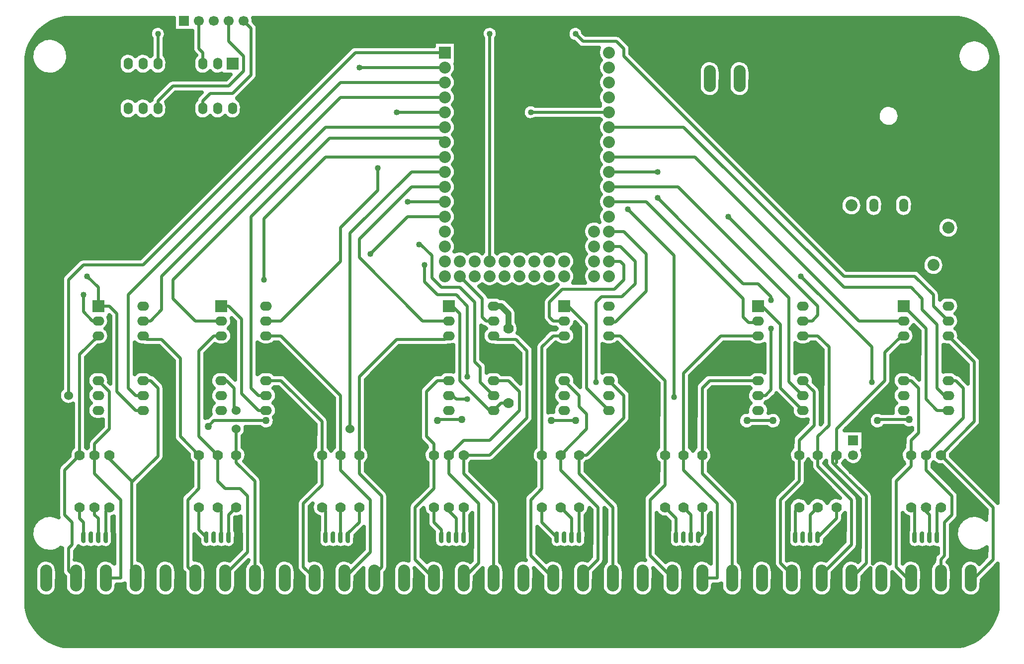
<source format=gbl>
G04 DipTrace 2.4.0.2*
%INhorowitzv.1.2_Bottom.GBL*%
%MOIN*%
%ADD13C,0.02*%
%ADD15C,0.08*%
%ADD16C,0.03*%
%ADD17C,0.06*%
%ADD18C,0.04*%
%ADD19C,0.025*%
%ADD20O,0.08X0.18*%
%ADD21R,0.08X0.08*%
%ADD22O,0.08X0.06*%
%ADD23O,0.03X0.08*%
%ADD24C,0.07*%
%ADD25O,0.06X0.09*%
%ADD26C,0.08*%
%ADD27R,0.0669X0.0669*%
%ADD28C,0.0669*%
%ADD29O,0.06X0.08*%
%ADD31C,0.05*%
%FSLAX44Y44*%
G04*
G70*
G90*
G75*
G01*
%LNBottom*%
%LPD*%
X35690Y43690D2*
D13*
X28690D1*
X14440Y29440D1*
Y23190D1*
X14940Y22690D1*
X15440D1*
X29315Y20440D2*
Y33565D1*
X33440Y37690D1*
X35690D1*
X35940Y27690D2*
X34190D1*
X29940Y31940D1*
Y33190D1*
X33440Y36690D1*
X35690D1*
X38940Y27690D2*
X38440D1*
X38190Y27940D1*
Y29190D1*
X36690Y30690D1*
X51065Y22565D2*
Y32065D1*
X47940Y35190D1*
X56690Y22690D2*
X57190D1*
X57565Y23065D1*
Y27190D1*
Y29065D2*
Y29315D1*
X56690Y30190D1*
X55690D1*
X49940Y35940D1*
Y37690D2*
X46690D1*
X66440Y27690D2*
X63440D1*
X52440Y38690D1*
X46690D1*
X38690Y31690D2*
Y46940D1*
X44440D2*
X44940Y46440D1*
X47190D1*
X47690Y45940D1*
Y45440D1*
X62440Y30690D1*
X67190D1*
X68440Y29440D1*
Y28690D1*
X69440Y27690D1*
X35690Y45690D2*
X29690D1*
X15440Y31440D1*
X11440D1*
X10440Y30440D1*
Y22690D1*
X35690Y40690D2*
X27690D1*
X17440Y30440D1*
Y29190D1*
X18940Y27690D1*
X20690D1*
X35690Y44690D2*
X29940D1*
X31190Y37940D2*
Y36440D1*
X28690Y33940D1*
Y31690D1*
X24690Y27690D1*
X23690D1*
X46690Y41690D2*
X41440D1*
X33940Y32815D2*
X34065D1*
X34815Y32065D1*
Y30565D1*
X35440Y29940D1*
X36690D1*
X37690Y28940D1*
Y24940D1*
X38065Y24565D1*
Y23565D1*
X38940Y22690D1*
X46690Y32690D2*
X47440D1*
X48440Y31690D1*
Y30190D1*
X47565Y29315D1*
X46190D1*
X45815Y28940D1*
Y23565D1*
X46690Y35690D2*
X49190D1*
X55690Y29190D1*
Y27940D1*
X56066Y27564D1*
X56564D1*
X56690Y27690D1*
X59690D2*
X60315D1*
X60690Y28065D1*
Y28690D1*
X54690Y34690D1*
X69440Y22690D2*
X69190D1*
X68690Y23190D1*
Y27440D1*
X67690Y28440D1*
Y29190D1*
X66940Y29940D1*
X62440D1*
X51690Y40690D1*
X46690D1*
X18440Y41940D2*
X17440D1*
Y44940D2*
X18440D1*
X11190Y18690D2*
Y25440D1*
X12440Y26690D1*
X10940Y10440D2*
X10440Y10940D1*
Y12440D1*
X10690Y12690D1*
Y14190D1*
X10190Y14690D1*
Y17690D1*
X10440Y17940D1*
X11190Y18690D1*
X12190D2*
Y19440D1*
X13190Y20440D1*
Y22940D1*
X12440Y23690D1*
X12940Y10440D2*
X13940D1*
Y15690D1*
X12190Y17440D1*
Y18690D1*
X13190D2*
Y18440D1*
X14690Y16940D1*
Y10690D1*
X14940Y10440D1*
X15440Y23690D2*
X15940D1*
X16440Y23190D1*
Y18617D1*
X14726Y16904D1*
X14690Y16940D1*
X12440Y13190D2*
Y14440D1*
X12190Y14690D1*
Y15190D1*
X11190D2*
Y14440D1*
X11440Y14190D1*
Y13190D1*
X12940D2*
Y14940D1*
X13190Y15190D1*
X20690Y13190D2*
Y14940D1*
X20440Y15190D1*
X19690Y13190D2*
X19190Y13690D1*
Y15190D1*
X21190Y13190D2*
Y14690D1*
X21690Y15190D1*
X28690Y13190D2*
Y15190D1*
X27690Y13190D2*
Y14940D1*
X27440Y15190D1*
X29190Y13190D2*
Y13440D1*
X29940Y14190D1*
Y15190D1*
X36440Y13190D2*
Y14440D1*
X35940Y14940D1*
Y15190D1*
X35440Y13190D2*
Y13690D1*
X34940Y14190D1*
Y15190D1*
X36940Y13190D2*
Y15190D1*
X44190Y13190D2*
Y14440D1*
X43440Y15190D1*
X43190Y13190D2*
X42190Y14190D1*
Y15190D1*
X44690Y13190D2*
Y15190D1*
X52190Y13190D2*
Y14690D1*
X51690Y15190D1*
X51190Y13190D2*
Y14440D1*
X50440Y15190D1*
X52690Y13190D2*
X52940Y13440D1*
Y15190D1*
X60190Y13190D2*
Y14690D1*
X60690Y15190D1*
X59190Y13190D2*
Y14940D1*
X59440Y15190D1*
X60690Y13190D2*
X61940Y14440D1*
Y15190D1*
X68190Y13190D2*
Y14690D1*
X67690Y15190D1*
X67940D1*
X67190Y13190D2*
Y15190D1*
X66940D1*
X68690Y13190D2*
Y15190D1*
X68940D1*
X19190Y18690D2*
X17940Y19940D1*
Y25190D1*
X16690Y26440D1*
X15690D1*
X15440Y26690D1*
X19190Y18690D2*
Y16440D1*
X18440Y15690D1*
Y11190D1*
X19190Y10440D1*
X18940D1*
X20440Y18690D2*
X19190Y19940D1*
Y25690D1*
X20190Y26690D1*
X20690D1*
X20940Y10440D2*
Y10690D1*
X22440Y12190D1*
Y15940D1*
X21940Y16440D1*
X20940D1*
X20440Y16940D1*
Y18690D1*
X21690D2*
Y18190D1*
X22940Y16940D1*
Y10440D1*
X20690Y23690D2*
X21065D1*
X21565Y23190D1*
Y21815D1*
X21690Y21690D1*
Y20440D2*
Y18690D1*
X27440D2*
Y20940D1*
X24690Y23690D1*
X23690D1*
X27190Y10190D2*
X26940Y10440D1*
X27440Y18690D2*
Y16690D1*
X26190Y15440D1*
Y11190D1*
X26940Y10440D1*
X28690Y18690D2*
Y22690D1*
X24690Y26690D1*
X23690D1*
X28690Y18690D2*
Y17690D1*
X30690Y15690D1*
Y12190D1*
X28940Y10440D1*
X29940Y18690D2*
Y23940D1*
X32440Y26440D1*
X35690D1*
X35940Y26690D1*
X29940Y18690D2*
Y17440D1*
X31440Y15940D1*
Y11190D1*
X30940Y10690D1*
Y10440D1*
X34940Y18690D2*
Y19440D1*
X34440Y19940D1*
Y22940D1*
X35190Y23690D1*
X35940D1*
X34940Y18690D2*
Y16440D1*
X33690Y15190D1*
Y11690D1*
X34690Y10690D1*
Y10440D1*
X34940D1*
X35940Y18690D2*
X36940Y19690D1*
X38690D1*
X40690Y21690D1*
Y22940D1*
X39940Y23690D1*
X38940D1*
X35940Y18690D2*
Y17440D1*
X37940Y15440D1*
Y11440D1*
X36940Y10440D1*
Y18690D2*
X38690D1*
X41190Y21190D1*
Y25690D1*
X40440Y26440D1*
X39190D1*
X38940Y26690D1*
X36940Y18690D2*
Y17440D1*
X38940Y15440D1*
Y10440D1*
X42190Y18690D2*
Y25940D1*
X42940Y26690D1*
X43690D1*
X42940Y10440D2*
X41440Y11940D1*
Y15690D1*
X42190Y16440D1*
Y18690D1*
X43440D2*
X45190Y20440D1*
Y21440D1*
X44690Y21940D1*
Y22690D1*
X43690Y23690D1*
X44940Y10440D2*
Y10690D1*
X45940Y11690D1*
Y15190D1*
X43440Y17690D1*
Y18690D1*
X44690D2*
X45190D1*
X47690Y21190D1*
Y22690D1*
X46690Y23690D1*
X44690Y18690D2*
Y17440D1*
X46940Y15190D1*
Y10440D1*
X50440Y18690D2*
Y23690D1*
X47440Y26690D1*
X46690D1*
X50440Y18690D2*
Y16690D1*
X49440Y15690D1*
Y11940D1*
X50940Y10440D1*
X51690Y18690D2*
Y24190D1*
X54190Y26690D1*
X56690D1*
X51690Y18690D2*
Y17690D1*
X53940Y15440D1*
Y10440D1*
X52940D1*
Y18690D2*
Y23190D1*
X53440Y23690D1*
X56690D1*
X52940Y18690D2*
Y17440D1*
X54940Y15440D1*
Y10440D1*
X66940Y18690D2*
Y19690D1*
X67440Y20190D1*
Y23190D1*
X66940Y23690D1*
X66440D1*
X66940Y18690D2*
Y17940D1*
X65940Y16940D1*
Y11190D1*
X66690Y10440D1*
X66940D1*
X67940Y18690D2*
X70440Y21190D1*
Y23190D1*
X69940Y23690D1*
X69440D1*
X69190Y10440D2*
X68940D1*
X67940Y18690D2*
Y17690D1*
X69690Y15940D1*
Y14690D1*
X69190Y14190D1*
Y11940D1*
X68940Y11690D1*
Y10440D1*
Y18690D2*
X71190Y20940D1*
Y24940D1*
X69440Y26690D1*
X71190Y10690D2*
X70940Y10440D1*
X71065Y10315D1*
X72440Y11690D1*
Y15190D1*
X68940Y18690D1*
X59440D2*
Y19690D1*
X60440Y20690D1*
Y22940D1*
X59690Y23690D1*
X59440Y18690D2*
Y16940D1*
X58190Y15690D1*
Y11440D1*
X59190Y10440D1*
X58940D1*
X60690Y18690D2*
Y19940D1*
X61440Y20690D1*
Y25940D1*
X60690Y26690D1*
X59690D1*
X60690Y18690D2*
Y17940D1*
X62940Y15690D1*
Y12690D1*
X60940Y10690D1*
Y10440D1*
X61940Y18190D2*
Y18690D1*
X61690D1*
Y18190D1*
X63940Y15940D1*
Y11440D1*
X62940Y10440D1*
X61940Y18690D2*
Y20440D1*
X65190Y23690D1*
Y25565D1*
X66315Y26690D1*
X66440D1*
X8940Y10440D2*
D16*
Y10690D1*
X12440Y28690D2*
D13*
X13190D1*
X13690Y28190D1*
Y22940D1*
X14940Y21690D1*
X15440D1*
X20690Y28690D2*
X21190D1*
X22065Y27815D1*
Y22815D1*
X23190Y21690D1*
X23690D1*
X35940Y28690D2*
X36190D1*
X36690Y28190D1*
Y23690D1*
X38690Y21690D1*
X38940D1*
X43690Y28690D2*
X43940D1*
X45190Y27440D1*
Y23190D1*
X46690Y21690D1*
X56690Y28690D2*
X56940D1*
X58190Y27440D1*
Y23190D1*
X59690Y21690D1*
X66440Y28690D2*
X67940Y27190D1*
Y22440D1*
X68690Y21690D1*
X69440D1*
X19815Y20627D2*
X20190Y21003D1*
X23690D1*
X35190D2*
Y21065D1*
X36815D1*
X42815Y21003D2*
X44440D1*
X55940D2*
X57690D1*
X64690D2*
Y21065D1*
X66815D1*
X39940Y22190D2*
X39440D1*
X38940Y21690D1*
X11690Y30690D2*
X12440Y29940D1*
Y28690D1*
X39940Y27190D2*
D18*
Y28190D1*
X39440Y28690D1*
X38940D1*
X19190Y47815D2*
D13*
Y45940D1*
X19440Y45690D1*
Y44940D1*
X16440Y46940D2*
Y44940D1*
X21190Y47815D2*
Y46440D1*
X22190Y45440D1*
Y44440D1*
X21190Y43440D1*
X17440D1*
X16440Y42440D1*
Y41940D1*
X22190Y47815D2*
X22690Y47315D1*
Y44190D1*
X21440Y42940D1*
X19940D1*
X19440Y42440D1*
Y41940D1*
X12440Y27690D2*
X12065D1*
X11440Y28315D1*
Y29440D1*
X23549Y30440D2*
Y34549D1*
X27690Y38690D1*
X30799D1*
X35690D1*
Y42690D2*
X28690D1*
X16690Y30690D1*
Y28440D1*
X15940Y27690D1*
X15440D1*
X23690Y22690D2*
X23190D1*
X22690Y23190D1*
Y34690D1*
X27940Y39940D1*
X35440D1*
X35690Y39690D1*
X35940Y22690D2*
X36190D1*
X36440Y22440D1*
X37190D1*
Y23940D2*
Y28690D1*
X36440Y29440D1*
X35190D1*
X34315Y30315D1*
Y31440D1*
X46690Y31690D2*
X47440D1*
X47690Y31440D1*
Y30440D1*
X47065Y29815D1*
X43565D1*
X42690Y28940D1*
Y27940D1*
X42940Y27690D1*
X43690D1*
X46690Y33690D2*
X47690D1*
X49190Y32190D1*
Y29690D1*
X47126Y27626D1*
X46754D1*
X46690Y27690D1*
Y36690D2*
X51315D1*
X58754Y29251D1*
Y23626D1*
X59690Y22690D1*
X59565Y30690D2*
X64315Y25940D1*
Y23565D1*
X35690Y41690D2*
X32440D1*
X35690Y34690D2*
X33190D1*
X30690Y32190D1*
X33190Y35690D2*
X35690D1*
D17*
X29315Y20440D3*
D18*
X51065Y22565D3*
X47940Y35190D3*
X57565Y27190D3*
Y29065D3*
X49940Y35940D3*
Y37690D3*
X38690Y46940D3*
X44440D3*
D17*
X10440Y22690D3*
D18*
X29940Y44690D3*
X31190Y37940D3*
X41440Y41690D3*
X33940Y32815D3*
X45815Y23565D3*
X54690Y34690D3*
D17*
X21690Y21690D3*
Y20440D3*
D31*
X19815Y20627D3*
X23690Y21003D3*
X35190D3*
X36815Y21065D3*
X42815Y21003D3*
X44440D3*
X55940D3*
X57690D3*
X64690D3*
X66815Y21065D3*
X23690Y21003D3*
D18*
X11690Y30690D3*
X16440Y46940D3*
X11440Y29440D3*
X23549Y30440D3*
X37190Y22440D3*
Y23940D3*
X34315Y31440D3*
X59565Y30690D3*
X64315Y23565D3*
X32440Y41690D3*
X30690Y32190D3*
X33190Y35690D3*
X9545Y47820D2*
D19*
X17495D1*
X22885D2*
X70835D1*
X9061Y47572D2*
X17495D1*
X23065D2*
X71319D1*
X8717Y47323D2*
X16042D1*
X16838D2*
X17495D1*
X23151D2*
X38292D1*
X39088D2*
X44042D1*
X44838D2*
X71663D1*
X8451Y47074D2*
X15897D1*
X16983D2*
X18729D1*
X23151D2*
X38147D1*
X39233D2*
X43897D1*
X44983D2*
X71929D1*
X8240Y46825D2*
X15894D1*
X16986D2*
X18729D1*
X23151D2*
X38144D1*
X39236D2*
X43894D1*
X47416D2*
X72140D1*
X8072Y46577D2*
X8706D1*
X9674D2*
X15979D1*
X16901D2*
X18729D1*
X23151D2*
X38229D1*
X39151D2*
X44022D1*
X47694D2*
X72308D1*
X7932Y46328D2*
X8319D1*
X10061D2*
X15979D1*
X16901D2*
X18729D1*
X23151D2*
X34929D1*
X36451D2*
X38229D1*
X39151D2*
X44413D1*
X47944D2*
X70472D1*
X71908D2*
X72448D1*
X7822Y46079D2*
X8120D1*
X10260D2*
X15979D1*
X16901D2*
X18729D1*
X23151D2*
X29472D1*
X36451D2*
X38229D1*
X39151D2*
X44671D1*
X48127D2*
X70237D1*
X72143D2*
X72558D1*
X7736Y45831D2*
X8003D1*
X10377D2*
X15979D1*
X16901D2*
X18745D1*
X23151D2*
X29190D1*
X36451D2*
X38229D1*
X39151D2*
X45944D1*
X48151D2*
X70108D1*
X72272D2*
X72644D1*
X7674Y45582D2*
X7948D1*
X10432D2*
X14085D1*
X14795D2*
X15085D1*
X15795D2*
X15979D1*
X16901D2*
X18909D1*
X23151D2*
X28940D1*
X36451D2*
X38229D1*
X39151D2*
X45936D1*
X48190D2*
X70050D1*
X72330D2*
X72706D1*
X7639Y45333D2*
X7944D1*
X10436D2*
X13851D1*
X17029D2*
X18851D1*
X23151D2*
X28694D1*
X36451D2*
X38229D1*
X39151D2*
X46022D1*
X48436D2*
X70042D1*
X72338D2*
X72741D1*
X7639Y45085D2*
X7991D1*
X10389D2*
X13780D1*
X17100D2*
X18780D1*
X23151D2*
X28444D1*
X36451D2*
X38229D1*
X39151D2*
X46046D1*
X48686D2*
X53061D1*
X53819D2*
X55061D1*
X55819D2*
X70097D1*
X72283D2*
X72741D1*
X7639Y44836D2*
X8097D1*
X10283D2*
X13780D1*
X17100D2*
X18780D1*
X23151D2*
X28194D1*
X36436D2*
X38229D1*
X39151D2*
X45944D1*
X48936D2*
X52796D1*
X54084D2*
X54796D1*
X56084D2*
X70214D1*
X72166D2*
X72741D1*
X7639Y44587D2*
X8284D1*
X10096D2*
X13831D1*
X17049D2*
X18831D1*
X23151D2*
X27948D1*
X36444D2*
X38229D1*
X39151D2*
X45936D1*
X49182D2*
X52694D1*
X54186D2*
X54694D1*
X56186D2*
X70429D1*
X71951D2*
X72741D1*
X7639Y44339D2*
X8628D1*
X9752D2*
X14026D1*
X14854D2*
X15029D1*
X15854D2*
X16029D1*
X16854D2*
X19026D1*
X19854D2*
X20029D1*
X23151D2*
X27698D1*
X36361D2*
X38229D1*
X39151D2*
X46019D1*
X49432D2*
X52679D1*
X54201D2*
X54679D1*
X56201D2*
X70929D1*
X71451D2*
X72741D1*
X7639Y44090D2*
X21198D1*
X23139D2*
X27448D1*
X36330D2*
X38229D1*
X39151D2*
X46050D1*
X49682D2*
X52679D1*
X54201D2*
X54679D1*
X56201D2*
X72741D1*
X7639Y43841D2*
X17249D1*
X22983D2*
X27202D1*
X36436D2*
X38229D1*
X39151D2*
X45944D1*
X49928D2*
X52679D1*
X54201D2*
X54679D1*
X56201D2*
X72741D1*
X7639Y43593D2*
X16952D1*
X22733D2*
X26952D1*
X36444D2*
X38229D1*
X39151D2*
X45936D1*
X50178D2*
X52679D1*
X54201D2*
X54679D1*
X56201D2*
X72741D1*
X7639Y43344D2*
X16702D1*
X22483D2*
X26702D1*
X36361D2*
X38229D1*
X39151D2*
X46019D1*
X50428D2*
X52686D1*
X54194D2*
X54686D1*
X56194D2*
X72741D1*
X7639Y43095D2*
X16456D1*
X22236D2*
X26456D1*
X36326D2*
X38229D1*
X39151D2*
X46054D1*
X50674D2*
X52765D1*
X54115D2*
X54765D1*
X56115D2*
X72741D1*
X7639Y42846D2*
X16206D1*
X17486D2*
X19206D1*
X21986D2*
X26206D1*
X36432D2*
X38229D1*
X39151D2*
X45948D1*
X50924D2*
X52983D1*
X53897D2*
X54983D1*
X55897D2*
X72741D1*
X7639Y42598D2*
X14112D1*
X14768D2*
X15112D1*
X15768D2*
X16011D1*
X17236D2*
X19011D1*
X21768D2*
X25956D1*
X36444D2*
X38229D1*
X39151D2*
X45936D1*
X51174D2*
X72741D1*
X7639Y42349D2*
X13862D1*
X17018D2*
X18862D1*
X22018D2*
X25710D1*
X36365D2*
X38229D1*
X39151D2*
X46015D1*
X51420D2*
X72741D1*
X7639Y42100D2*
X13784D1*
X17096D2*
X18784D1*
X22096D2*
X25460D1*
X36326D2*
X38229D1*
X39151D2*
X41073D1*
X51670D2*
X65093D1*
X65787D2*
X72741D1*
X7639Y41852D2*
X13780D1*
X17100D2*
X18780D1*
X22100D2*
X25210D1*
X36432D2*
X38229D1*
X39151D2*
X40905D1*
X51920D2*
X64808D1*
X66072D2*
X72741D1*
X7639Y41603D2*
X13827D1*
X17053D2*
X18827D1*
X22053D2*
X24964D1*
X36444D2*
X38229D1*
X39151D2*
X40886D1*
X52166D2*
X64698D1*
X66182D2*
X72741D1*
X7639Y41354D2*
X14007D1*
X14873D2*
X15003D1*
X15873D2*
X16003D1*
X16873D2*
X19007D1*
X19873D2*
X20003D1*
X20873D2*
X21003D1*
X21873D2*
X24714D1*
X36369D2*
X38229D1*
X39151D2*
X40999D1*
X52416D2*
X64686D1*
X66194D2*
X72741D1*
X7639Y41106D2*
X24464D1*
X36322D2*
X38229D1*
X39151D2*
X46058D1*
X52666D2*
X64761D1*
X66119D2*
X72741D1*
X7639Y40857D2*
X24218D1*
X36432D2*
X38229D1*
X39151D2*
X45948D1*
X52912D2*
X64968D1*
X65912D2*
X72741D1*
X7639Y40608D2*
X23968D1*
X36444D2*
X38229D1*
X39151D2*
X45936D1*
X53162D2*
X72741D1*
X7639Y40360D2*
X23718D1*
X36373D2*
X38229D1*
X39151D2*
X46007D1*
X53412D2*
X72741D1*
X7639Y40111D2*
X23472D1*
X36319D2*
X38229D1*
X39151D2*
X46061D1*
X53658D2*
X72741D1*
X7639Y39862D2*
X23222D1*
X36428D2*
X38229D1*
X39151D2*
X45952D1*
X53908D2*
X72741D1*
X7639Y39614D2*
X22972D1*
X36447D2*
X38229D1*
X39151D2*
X45933D1*
X54158D2*
X72741D1*
X7639Y39365D2*
X22726D1*
X36373D2*
X38229D1*
X39151D2*
X46007D1*
X54404D2*
X72741D1*
X7639Y39116D2*
X22476D1*
X36315D2*
X38229D1*
X39151D2*
X46065D1*
X54654D2*
X72741D1*
X7639Y38867D2*
X22226D1*
X36428D2*
X38229D1*
X39151D2*
X45952D1*
X54904D2*
X72741D1*
X7639Y38619D2*
X21979D1*
X36447D2*
X38229D1*
X39151D2*
X45933D1*
X55151D2*
X72741D1*
X7639Y38370D2*
X21729D1*
X36377D2*
X38229D1*
X39151D2*
X46003D1*
X55401D2*
X72741D1*
X7639Y38121D2*
X21483D1*
X36311D2*
X38229D1*
X39151D2*
X46069D1*
X55647D2*
X72741D1*
X7639Y37873D2*
X21233D1*
X36428D2*
X38229D1*
X39151D2*
X45952D1*
X55897D2*
X72741D1*
X7639Y37624D2*
X20983D1*
X36447D2*
X38229D1*
X39151D2*
X45933D1*
X56147D2*
X72741D1*
X7639Y37375D2*
X20737D1*
X36381D2*
X38229D1*
X39151D2*
X45999D1*
X56393D2*
X72741D1*
X7639Y37127D2*
X20487D1*
X36307D2*
X38229D1*
X39151D2*
X46073D1*
X56643D2*
X72741D1*
X7639Y36878D2*
X20237D1*
X36424D2*
X38229D1*
X39151D2*
X45956D1*
X56893D2*
X72741D1*
X7639Y36629D2*
X19991D1*
X36447D2*
X38229D1*
X39151D2*
X45933D1*
X57139D2*
X72741D1*
X7639Y36381D2*
X19741D1*
X36381D2*
X38229D1*
X39151D2*
X45999D1*
X57389D2*
X72741D1*
X7639Y36132D2*
X19491D1*
X36303D2*
X38229D1*
X39151D2*
X46077D1*
X57639D2*
X62667D1*
X63213D2*
X64085D1*
X64795D2*
X66085D1*
X66795D2*
X72741D1*
X7639Y35883D2*
X19245D1*
X36424D2*
X38229D1*
X39151D2*
X45956D1*
X57885D2*
X62327D1*
X63553D2*
X63851D1*
X65029D2*
X65851D1*
X67029D2*
X72741D1*
X7639Y35635D2*
X18995D1*
X36447D2*
X38229D1*
X39151D2*
X45933D1*
X58135D2*
X62206D1*
X65100D2*
X65780D1*
X67100D2*
X72741D1*
X7639Y35386D2*
X18745D1*
X36385D2*
X38229D1*
X39151D2*
X45995D1*
X58385D2*
X62183D1*
X65100D2*
X65780D1*
X67100D2*
X72741D1*
X7639Y35137D2*
X18499D1*
X36299D2*
X38229D1*
X39151D2*
X46081D1*
X58631D2*
X62245D1*
X63635D2*
X63800D1*
X65080D2*
X65800D1*
X67080D2*
X72741D1*
X7639Y34888D2*
X18249D1*
X36424D2*
X38229D1*
X39151D2*
X45956D1*
X58881D2*
X62429D1*
X63451D2*
X63925D1*
X64955D2*
X65925D1*
X66955D2*
X72741D1*
X7639Y34640D2*
X17999D1*
X36447D2*
X38229D1*
X39151D2*
X45933D1*
X59131D2*
X69190D1*
X69690D2*
X72741D1*
X7639Y34391D2*
X17753D1*
X36385D2*
X38229D1*
X39151D2*
X45444D1*
X59377D2*
X68835D1*
X70045D2*
X72741D1*
X7639Y34142D2*
X17503D1*
X36295D2*
X38229D1*
X39151D2*
X45085D1*
X59627D2*
X68710D1*
X70170D2*
X72741D1*
X7639Y33894D2*
X17253D1*
X36420D2*
X38229D1*
X39151D2*
X44960D1*
X59877D2*
X68683D1*
X70197D2*
X72741D1*
X7639Y33645D2*
X17007D1*
X36447D2*
X38229D1*
X39151D2*
X44933D1*
X60123D2*
X68741D1*
X70139D2*
X72741D1*
X7639Y33396D2*
X16757D1*
X36389D2*
X38229D1*
X39151D2*
X44991D1*
X60373D2*
X68921D1*
X69959D2*
X72741D1*
X7639Y33148D2*
X16507D1*
X36291D2*
X38229D1*
X39151D2*
X45089D1*
X60623D2*
X72741D1*
X7639Y32899D2*
X16261D1*
X36420D2*
X38229D1*
X39151D2*
X44960D1*
X60869D2*
X72741D1*
X7639Y32650D2*
X16011D1*
X36447D2*
X38229D1*
X39151D2*
X44933D1*
X61119D2*
X72741D1*
X7639Y32402D2*
X15761D1*
X36897D2*
X37483D1*
X37897D2*
X38229D1*
X39151D2*
X39483D1*
X39897D2*
X40483D1*
X40897D2*
X41483D1*
X41897D2*
X42483D1*
X42897D2*
X43483D1*
X43897D2*
X44987D1*
X61369D2*
X72741D1*
X7639Y32153D2*
X15515D1*
X44287D2*
X45093D1*
X61615D2*
X68237D1*
X68643D2*
X72741D1*
X7639Y31904D2*
X15265D1*
X44416D2*
X44964D1*
X61865D2*
X67847D1*
X69033D2*
X72741D1*
X7639Y31656D2*
X11015D1*
X44447D2*
X44933D1*
X62115D2*
X67714D1*
X69166D2*
X72741D1*
X7639Y31407D2*
X10769D1*
X44393D2*
X44987D1*
X62361D2*
X67683D1*
X69197D2*
X72741D1*
X7639Y31158D2*
X10519D1*
X44283D2*
X45097D1*
X62611D2*
X67737D1*
X69143D2*
X72741D1*
X7639Y30909D2*
X10269D1*
X44416D2*
X44964D1*
X67611D2*
X67905D1*
X68975D2*
X72741D1*
X7639Y30661D2*
X10042D1*
X44447D2*
X44933D1*
X67858D2*
X72741D1*
X7639Y30412D2*
X9979D1*
X44397D2*
X44983D1*
X68108D2*
X72741D1*
X7639Y30163D2*
X9979D1*
X68358D2*
X72741D1*
X7639Y29915D2*
X9979D1*
X38104D2*
X43026D1*
X68604D2*
X72741D1*
X7639Y29666D2*
X9979D1*
X38354D2*
X42776D1*
X68838D2*
X72741D1*
X7639Y29417D2*
X9979D1*
X38584D2*
X42526D1*
X68901D2*
X72741D1*
X7639Y29169D2*
X9979D1*
X39705D2*
X42296D1*
X69983D2*
X72741D1*
X7639Y28920D2*
X9979D1*
X39990D2*
X42229D1*
X70158D2*
X72741D1*
X7639Y28671D2*
X9979D1*
X40240D2*
X42229D1*
X70201D2*
X72741D1*
X7639Y28423D2*
X9979D1*
X40447D2*
X42229D1*
X70143D2*
X72741D1*
X7639Y28174D2*
X9979D1*
X40498D2*
X42229D1*
X69975D2*
X72741D1*
X7639Y27925D2*
X9979D1*
X40498D2*
X42229D1*
X70154D2*
X72741D1*
X7639Y27677D2*
X9979D1*
X40498D2*
X42319D1*
X70201D2*
X72741D1*
X7639Y27428D2*
X9979D1*
X21393D2*
X21604D1*
X40608D2*
X42561D1*
X44393D2*
X44561D1*
X70143D2*
X72741D1*
X7639Y27179D2*
X9979D1*
X12971D2*
X13229D1*
X21221D2*
X21604D1*
X38151D2*
X38409D1*
X40651D2*
X43159D1*
X44221D2*
X44729D1*
X66971D2*
X67311D1*
X69971D2*
X72741D1*
X7639Y26930D2*
X9979D1*
X21404D2*
X21604D1*
X40600D2*
X42542D1*
X44404D2*
X44729D1*
X67154D2*
X67479D1*
X70154D2*
X72741D1*
X7639Y26682D2*
X9979D1*
X21451D2*
X21604D1*
X40838D2*
X42292D1*
X44451D2*
X44729D1*
X67201D2*
X67479D1*
X70201D2*
X72741D1*
X7639Y26433D2*
X9979D1*
X21397D2*
X21604D1*
X41088D2*
X42042D1*
X44397D2*
X44729D1*
X67147D2*
X67479D1*
X70338D2*
X72741D1*
X7639Y26184D2*
X9979D1*
X12947D2*
X13229D1*
X21197D2*
X21604D1*
X24197D2*
X24554D1*
X38151D2*
X38433D1*
X41334D2*
X41804D1*
X44197D2*
X44729D1*
X54326D2*
X56183D1*
X60197D2*
X60554D1*
X66947D2*
X67479D1*
X70584D2*
X72741D1*
X7639Y25936D2*
X9979D1*
X12326D2*
X13229D1*
X14901D2*
X16554D1*
X20076D2*
X21604D1*
X23151D2*
X24804D1*
X32576D2*
X36229D1*
X38151D2*
X40304D1*
X41572D2*
X41729D1*
X42826D2*
X44729D1*
X46276D2*
X47554D1*
X54076D2*
X57104D1*
X59213D2*
X60804D1*
X66201D2*
X67479D1*
X69151D2*
X69554D1*
X70834D2*
X72741D1*
X7639Y25687D2*
X9979D1*
X12076D2*
X13229D1*
X14901D2*
X16804D1*
X19826D2*
X21604D1*
X23151D2*
X25054D1*
X32326D2*
X36229D1*
X38151D2*
X40554D1*
X42651D2*
X44729D1*
X46276D2*
X47804D1*
X53826D2*
X57104D1*
X59213D2*
X60979D1*
X65951D2*
X67479D1*
X69151D2*
X69804D1*
X71084D2*
X72741D1*
X7639Y25438D2*
X9979D1*
X11830D2*
X13229D1*
X14901D2*
X17050D1*
X19651D2*
X21604D1*
X23151D2*
X25300D1*
X32080D2*
X36229D1*
X38151D2*
X40729D1*
X42651D2*
X44729D1*
X46276D2*
X48050D1*
X53580D2*
X57104D1*
X59213D2*
X60979D1*
X65705D2*
X67479D1*
X69151D2*
X70050D1*
X71330D2*
X72741D1*
X7639Y25190D2*
X9979D1*
X11651D2*
X13229D1*
X14901D2*
X17300D1*
X19651D2*
X21604D1*
X23151D2*
X25550D1*
X31830D2*
X36229D1*
X38151D2*
X40729D1*
X42651D2*
X44729D1*
X46276D2*
X48300D1*
X53330D2*
X57104D1*
X59213D2*
X60979D1*
X65651D2*
X67479D1*
X69151D2*
X70300D1*
X71572D2*
X72741D1*
X7639Y24941D2*
X9979D1*
X11651D2*
X13229D1*
X14901D2*
X17479D1*
X19651D2*
X21604D1*
X23151D2*
X25800D1*
X31580D2*
X36229D1*
X38330D2*
X40729D1*
X42651D2*
X44729D1*
X46276D2*
X48550D1*
X53080D2*
X57104D1*
X59213D2*
X60979D1*
X65651D2*
X67479D1*
X69151D2*
X70550D1*
X71651D2*
X72741D1*
X7639Y24692D2*
X9979D1*
X11651D2*
X13229D1*
X14901D2*
X17479D1*
X19651D2*
X21604D1*
X23151D2*
X26046D1*
X31334D2*
X36229D1*
X38506D2*
X40729D1*
X42651D2*
X44729D1*
X46276D2*
X48796D1*
X52834D2*
X57104D1*
X59213D2*
X60979D1*
X65651D2*
X67479D1*
X69151D2*
X70729D1*
X71651D2*
X72741D1*
X7639Y24444D2*
X9979D1*
X11651D2*
X13229D1*
X14901D2*
X17479D1*
X19651D2*
X21604D1*
X23151D2*
X26296D1*
X31084D2*
X36229D1*
X38526D2*
X40729D1*
X42651D2*
X44729D1*
X46276D2*
X49046D1*
X52584D2*
X57104D1*
X59213D2*
X60979D1*
X65651D2*
X67479D1*
X69151D2*
X70729D1*
X71651D2*
X72741D1*
X7639Y24195D2*
X9979D1*
X11651D2*
X11929D1*
X12951D2*
X13229D1*
X15951D2*
X17479D1*
X19651D2*
X20179D1*
X21201D2*
X21604D1*
X24201D2*
X26546D1*
X30834D2*
X35429D1*
X39451D2*
X40729D1*
X42651D2*
X43179D1*
X44201D2*
X44729D1*
X47201D2*
X49296D1*
X52334D2*
X56179D1*
X60201D2*
X60979D1*
X65651D2*
X65929D1*
X66951D2*
X67479D1*
X69951D2*
X70729D1*
X71651D2*
X72741D1*
X7639Y23946D2*
X9979D1*
X16322D2*
X17479D1*
X19651D2*
X19983D1*
X21447D2*
X21604D1*
X25072D2*
X26792D1*
X30588D2*
X34808D1*
X40322D2*
X40729D1*
X42651D2*
X42983D1*
X44397D2*
X44729D1*
X47397D2*
X49542D1*
X52151D2*
X53058D1*
X60397D2*
X60979D1*
X67322D2*
X67479D1*
X70322D2*
X70729D1*
X71651D2*
X72741D1*
X7639Y23698D2*
X9979D1*
X16572D2*
X17479D1*
X19651D2*
X19929D1*
X25322D2*
X27042D1*
X30401D2*
X34558D1*
X40572D2*
X40729D1*
X42651D2*
X42929D1*
X44451D2*
X44729D1*
X47451D2*
X49792D1*
X52151D2*
X52808D1*
X60451D2*
X60979D1*
X70572D2*
X70729D1*
X71651D2*
X72741D1*
X7639Y23449D2*
X9979D1*
X16815D2*
X17479D1*
X19651D2*
X19979D1*
X25572D2*
X27292D1*
X30401D2*
X34308D1*
X42651D2*
X42979D1*
X44572D2*
X44729D1*
X47572D2*
X49979D1*
X52151D2*
X52565D1*
X60572D2*
X60979D1*
X65576D2*
X65729D1*
X71651D2*
X72741D1*
X7639Y23200D2*
X9979D1*
X11651D2*
X11913D1*
X16901D2*
X17479D1*
X19651D2*
X20163D1*
X24217D2*
X24538D1*
X25819D2*
X27538D1*
X30401D2*
X34065D1*
X42651D2*
X43163D1*
X47819D2*
X49979D1*
X52151D2*
X52479D1*
X53592D2*
X56163D1*
X60815D2*
X60979D1*
X65342D2*
X65913D1*
X71651D2*
X72741D1*
X7639Y22951D2*
X9835D1*
X16901D2*
X17479D1*
X19651D2*
X19987D1*
X24393D2*
X24788D1*
X26069D2*
X27788D1*
X30401D2*
X33979D1*
X42651D2*
X42987D1*
X48061D2*
X49979D1*
X52151D2*
X52479D1*
X53401D2*
X55987D1*
X65092D2*
X65737D1*
X71651D2*
X72741D1*
X7639Y22703D2*
X9780D1*
X16901D2*
X17479D1*
X19651D2*
X19929D1*
X24451D2*
X25038D1*
X26319D2*
X28038D1*
X30401D2*
X33979D1*
X42651D2*
X42929D1*
X48151D2*
X49979D1*
X52151D2*
X52479D1*
X53401D2*
X55929D1*
X57842D2*
X58036D1*
X64842D2*
X65679D1*
X71651D2*
X72741D1*
X7639Y22454D2*
X9827D1*
X16901D2*
X17479D1*
X19651D2*
X19976D1*
X24404D2*
X25284D1*
X26565D2*
X28229D1*
X30401D2*
X33979D1*
X42651D2*
X42976D1*
X48151D2*
X49979D1*
X52151D2*
X52479D1*
X53401D2*
X55976D1*
X57596D2*
X58284D1*
X64596D2*
X65726D1*
X71651D2*
X72741D1*
X7639Y22205D2*
X10003D1*
X11651D2*
X11905D1*
X16901D2*
X17479D1*
X19651D2*
X20155D1*
X24225D2*
X25534D1*
X26815D2*
X28229D1*
X30401D2*
X33979D1*
X42651D2*
X43155D1*
X48151D2*
X49979D1*
X52151D2*
X52479D1*
X53401D2*
X56155D1*
X57225D2*
X58534D1*
X64346D2*
X65905D1*
X71651D2*
X72741D1*
X7639Y21957D2*
X10729D1*
X16901D2*
X17479D1*
X19651D2*
X19987D1*
X24393D2*
X25784D1*
X27065D2*
X28229D1*
X30401D2*
X33979D1*
X42651D2*
X42987D1*
X48151D2*
X49979D1*
X52151D2*
X52479D1*
X53401D2*
X55987D1*
X57393D2*
X58784D1*
X64096D2*
X65737D1*
X71651D2*
X72741D1*
X7639Y21708D2*
X10729D1*
X16901D2*
X17479D1*
X19651D2*
X19929D1*
X24451D2*
X26030D1*
X27311D2*
X28229D1*
X30401D2*
X33979D1*
X42651D2*
X42929D1*
X48151D2*
X49979D1*
X52151D2*
X52479D1*
X53401D2*
X55929D1*
X57451D2*
X58929D1*
X63850D2*
X65679D1*
X71651D2*
X72741D1*
X7639Y21459D2*
X10729D1*
X16901D2*
X17479D1*
X19651D2*
X19972D1*
X24408D2*
X26280D1*
X27561D2*
X28229D1*
X30401D2*
X33979D1*
X48151D2*
X49979D1*
X52151D2*
X52479D1*
X53401D2*
X55550D1*
X58080D2*
X58972D1*
X63600D2*
X64300D1*
X71651D2*
X72741D1*
X7639Y21211D2*
X10729D1*
X11651D2*
X11897D1*
X16901D2*
X17479D1*
X24260D2*
X26530D1*
X27807D2*
X28229D1*
X30401D2*
X33979D1*
X48151D2*
X49979D1*
X52151D2*
X52479D1*
X53401D2*
X55370D1*
X58260D2*
X59147D1*
X63350D2*
X64120D1*
X71651D2*
X72741D1*
X7639Y20962D2*
X10729D1*
X11651D2*
X12729D1*
X16901D2*
X17479D1*
X24299D2*
X26776D1*
X27901D2*
X28229D1*
X30401D2*
X33979D1*
X41584D2*
X41729D1*
X48084D2*
X49979D1*
X52151D2*
X52479D1*
X53401D2*
X55331D1*
X58299D2*
X59979D1*
X63104D2*
X64081D1*
X71651D2*
X72741D1*
X7639Y20713D2*
X10729D1*
X11651D2*
X12729D1*
X16901D2*
X17479D1*
X24225D2*
X26979D1*
X27901D2*
X28229D1*
X30401D2*
X33979D1*
X41354D2*
X41729D1*
X47854D2*
X49979D1*
X52151D2*
X52479D1*
X53401D2*
X55405D1*
X58225D2*
X59823D1*
X62854D2*
X64155D1*
X71588D2*
X72741D1*
X7639Y20465D2*
X10729D1*
X11651D2*
X12573D1*
X16901D2*
X17479D1*
X22350D2*
X23436D1*
X23944D2*
X26979D1*
X27901D2*
X28229D1*
X30401D2*
X33979D1*
X41104D2*
X41729D1*
X47604D2*
X49979D1*
X52151D2*
X52479D1*
X53401D2*
X55686D1*
X56194D2*
X57436D1*
X57944D2*
X59573D1*
X62604D2*
X64436D1*
X64944D2*
X66979D1*
X71354D2*
X72741D1*
X7639Y20216D2*
X10729D1*
X11651D2*
X12327D1*
X16901D2*
X17479D1*
X22311D2*
X26979D1*
X27901D2*
X28229D1*
X30401D2*
X33979D1*
X40858D2*
X41729D1*
X47358D2*
X49979D1*
X52151D2*
X52479D1*
X53401D2*
X59327D1*
X63764D2*
X66827D1*
X71108D2*
X72741D1*
X7639Y19967D2*
X10729D1*
X11651D2*
X12077D1*
X16901D2*
X17479D1*
X22151D2*
X26979D1*
X27901D2*
X28229D1*
X30401D2*
X33979D1*
X40608D2*
X41729D1*
X47108D2*
X49979D1*
X52151D2*
X52479D1*
X53401D2*
X59081D1*
X63764D2*
X66581D1*
X70858D2*
X72741D1*
X7639Y19719D2*
X10729D1*
X11651D2*
X11831D1*
X16901D2*
X17542D1*
X22151D2*
X26979D1*
X27901D2*
X28229D1*
X30401D2*
X34042D1*
X40358D2*
X41729D1*
X46858D2*
X49979D1*
X52151D2*
X52479D1*
X53401D2*
X58979D1*
X63764D2*
X66479D1*
X70608D2*
X72741D1*
X7639Y19470D2*
X10729D1*
X16901D2*
X17769D1*
X22151D2*
X26979D1*
X27901D2*
X28229D1*
X30401D2*
X34269D1*
X40111D2*
X41729D1*
X46611D2*
X49979D1*
X52151D2*
X52479D1*
X53401D2*
X58979D1*
X63764D2*
X66479D1*
X70361D2*
X72741D1*
X7639Y19221D2*
X10729D1*
X16901D2*
X18019D1*
X22151D2*
X26979D1*
X27901D2*
X28229D1*
X30401D2*
X34479D1*
X39861D2*
X41729D1*
X46361D2*
X49979D1*
X52151D2*
X52479D1*
X53401D2*
X58979D1*
X63764D2*
X66479D1*
X70111D2*
X72741D1*
X7639Y18972D2*
X10542D1*
X16901D2*
X18269D1*
X22338D2*
X26792D1*
X30588D2*
X34292D1*
X39611D2*
X41542D1*
X46111D2*
X49792D1*
X53588D2*
X58792D1*
X63701D2*
X66292D1*
X69861D2*
X72741D1*
X7639Y18724D2*
X10479D1*
X16901D2*
X18479D1*
X22401D2*
X26729D1*
X30651D2*
X34229D1*
X39365D2*
X41479D1*
X45865D2*
X49729D1*
X53651D2*
X58729D1*
X63764D2*
X66229D1*
X69651D2*
X72741D1*
X7639Y18475D2*
X10335D1*
X16877D2*
X18515D1*
X22365D2*
X26765D1*
X30615D2*
X34265D1*
X39115D2*
X41515D1*
X45615D2*
X49765D1*
X53615D2*
X58765D1*
X63729D2*
X66265D1*
X69795D2*
X72741D1*
X7639Y18226D2*
X10085D1*
X16690D2*
X18659D1*
X22295D2*
X26909D1*
X30471D2*
X34409D1*
X37471D2*
X41659D1*
X45221D2*
X49909D1*
X53471D2*
X58909D1*
X59971D2*
X60161D1*
X63576D2*
X66409D1*
X70045D2*
X72741D1*
X7639Y17978D2*
X9839D1*
X16440D2*
X18729D1*
X22541D2*
X26979D1*
X30401D2*
X34479D1*
X37401D2*
X41729D1*
X45151D2*
X49979D1*
X53401D2*
X58979D1*
X59901D2*
X60229D1*
X62541D2*
X66339D1*
X68401D2*
X69011D1*
X70291D2*
X72741D1*
X7639Y17729D2*
X9733D1*
X16194D2*
X18729D1*
X22791D2*
X26979D1*
X30401D2*
X34479D1*
X37401D2*
X41729D1*
X45151D2*
X49979D1*
X53401D2*
X58979D1*
X59901D2*
X60284D1*
X62791D2*
X66089D1*
X68541D2*
X69261D1*
X70541D2*
X72741D1*
X7639Y17480D2*
X9729D1*
X15944D2*
X18729D1*
X23041D2*
X26979D1*
X30541D2*
X34479D1*
X37541D2*
X41729D1*
X45291D2*
X49979D1*
X53541D2*
X58979D1*
X59901D2*
X60511D1*
X63041D2*
X65839D1*
X68791D2*
X69511D1*
X70791D2*
X72741D1*
X7639Y17232D2*
X9729D1*
X15694D2*
X18729D1*
X23287D2*
X26979D1*
X30787D2*
X34479D1*
X37787D2*
X41729D1*
X45537D2*
X49979D1*
X53787D2*
X58979D1*
X59901D2*
X60757D1*
X63287D2*
X65593D1*
X69037D2*
X69757D1*
X71037D2*
X72741D1*
X7639Y16983D2*
X9729D1*
X15447D2*
X18729D1*
X23397D2*
X26979D1*
X31037D2*
X34479D1*
X38037D2*
X41729D1*
X45787D2*
X49979D1*
X54037D2*
X58843D1*
X59901D2*
X61007D1*
X63537D2*
X65483D1*
X69287D2*
X70007D1*
X71287D2*
X72741D1*
X7639Y16734D2*
X9729D1*
X15197D2*
X18729D1*
X23401D2*
X26843D1*
X31287D2*
X34479D1*
X38287D2*
X41729D1*
X46037D2*
X49843D1*
X54287D2*
X58593D1*
X59850D2*
X61257D1*
X63787D2*
X65479D1*
X69537D2*
X70257D1*
X71537D2*
X72741D1*
X7639Y16486D2*
X9729D1*
X15151D2*
X18597D1*
X23401D2*
X26597D1*
X31533D2*
X34347D1*
X38533D2*
X41597D1*
X46283D2*
X49597D1*
X54533D2*
X58347D1*
X59627D2*
X61503D1*
X64033D2*
X65479D1*
X69783D2*
X70503D1*
X71783D2*
X72741D1*
X7639Y16237D2*
X9729D1*
X15151D2*
X18347D1*
X23401D2*
X26347D1*
X31783D2*
X34097D1*
X38783D2*
X41347D1*
X46533D2*
X49347D1*
X54783D2*
X58097D1*
X59377D2*
X61753D1*
X64283D2*
X65479D1*
X70033D2*
X70753D1*
X72033D2*
X72741D1*
X7639Y15988D2*
X9729D1*
X15151D2*
X18097D1*
X23401D2*
X26097D1*
X31897D2*
X33847D1*
X39033D2*
X41097D1*
X46783D2*
X49097D1*
X55033D2*
X57847D1*
X59127D2*
X62003D1*
X64397D2*
X65479D1*
X70147D2*
X71003D1*
X72283D2*
X72741D1*
X7639Y15740D2*
X9729D1*
X15151D2*
X17983D1*
X23401D2*
X25851D1*
X31901D2*
X33601D1*
X39279D2*
X40983D1*
X47029D2*
X48983D1*
X55279D2*
X57733D1*
X59873D2*
X60257D1*
X61123D2*
X61507D1*
X64401D2*
X65479D1*
X70151D2*
X71249D1*
X72529D2*
X72741D1*
X7639Y15491D2*
X9729D1*
X15151D2*
X17979D1*
X23401D2*
X25733D1*
X31901D2*
X33351D1*
X39397D2*
X40979D1*
X47279D2*
X48979D1*
X55397D2*
X57729D1*
X58651D2*
X58800D1*
X64401D2*
X65479D1*
X70151D2*
X71499D1*
X7639Y15242D2*
X9729D1*
X15151D2*
X17979D1*
X23401D2*
X25729D1*
X31901D2*
X33233D1*
X39401D2*
X40979D1*
X47397D2*
X48979D1*
X55401D2*
X57729D1*
X64401D2*
X65479D1*
X70151D2*
X71749D1*
X7639Y14993D2*
X9729D1*
X15151D2*
X17979D1*
X23401D2*
X25729D1*
X31901D2*
X33229D1*
X39401D2*
X40979D1*
X47401D2*
X48979D1*
X55401D2*
X57729D1*
X64401D2*
X65479D1*
X70151D2*
X71979D1*
X7639Y14745D2*
X9729D1*
X15151D2*
X17979D1*
X23401D2*
X25729D1*
X26651D2*
X26894D1*
X31901D2*
X33229D1*
X34151D2*
X34394D1*
X39401D2*
X40979D1*
X45236D2*
X45479D1*
X47401D2*
X48979D1*
X55401D2*
X57729D1*
X64401D2*
X65479D1*
X70151D2*
X71979D1*
X7639Y14496D2*
X8542D1*
X15151D2*
X17979D1*
X21651D2*
X21979D1*
X23401D2*
X25729D1*
X26651D2*
X27229D1*
X31901D2*
X33229D1*
X34151D2*
X34479D1*
X39401D2*
X40979D1*
X45151D2*
X45479D1*
X47401D2*
X48979D1*
X49901D2*
X50495D1*
X55401D2*
X57729D1*
X64401D2*
X65479D1*
X66401D2*
X66729D1*
X70104D2*
X70542D1*
X71838D2*
X71979D1*
X7639Y14247D2*
X8241D1*
X15151D2*
X17979D1*
X21651D2*
X21979D1*
X23401D2*
X25729D1*
X26651D2*
X27229D1*
X31901D2*
X33229D1*
X34151D2*
X34479D1*
X39401D2*
X40979D1*
X45151D2*
X45479D1*
X47401D2*
X48979D1*
X49901D2*
X50729D1*
X55401D2*
X57729D1*
X64401D2*
X65479D1*
X66401D2*
X66729D1*
X69889D2*
X70241D1*
X7639Y13999D2*
X8073D1*
X15151D2*
X17979D1*
X21651D2*
X21979D1*
X23401D2*
X25729D1*
X26651D2*
X27229D1*
X31901D2*
X33229D1*
X34151D2*
X34526D1*
X39401D2*
X40979D1*
X45151D2*
X45479D1*
X47401D2*
X48979D1*
X49901D2*
X50729D1*
X55401D2*
X57729D1*
X62139D2*
X62479D1*
X64401D2*
X65479D1*
X66401D2*
X66729D1*
X69651D2*
X70073D1*
X7639Y13750D2*
X7979D1*
X15151D2*
X17979D1*
X21651D2*
X21979D1*
X23401D2*
X25729D1*
X26651D2*
X27229D1*
X31901D2*
X33229D1*
X34151D2*
X34741D1*
X39401D2*
X40979D1*
X45151D2*
X45479D1*
X47401D2*
X48979D1*
X49901D2*
X50729D1*
X55401D2*
X57729D1*
X61889D2*
X62479D1*
X64401D2*
X65479D1*
X66401D2*
X66729D1*
X69651D2*
X69979D1*
X7639Y13501D2*
X7940D1*
X15151D2*
X17979D1*
X21697D2*
X21979D1*
X23401D2*
X25729D1*
X26651D2*
X27183D1*
X29893D2*
X30229D1*
X31901D2*
X33229D1*
X34151D2*
X34933D1*
X39401D2*
X40979D1*
X41901D2*
X42237D1*
X45197D2*
X45479D1*
X47401D2*
X48979D1*
X49901D2*
X50683D1*
X55401D2*
X57729D1*
X61643D2*
X62479D1*
X64401D2*
X65479D1*
X66401D2*
X66683D1*
X69651D2*
X69940D1*
X7639Y13253D2*
X7952D1*
X15151D2*
X17979D1*
X21701D2*
X21979D1*
X23401D2*
X25729D1*
X26651D2*
X27179D1*
X29701D2*
X30229D1*
X31901D2*
X33229D1*
X34151D2*
X34929D1*
X39401D2*
X40979D1*
X41901D2*
X42487D1*
X45201D2*
X45479D1*
X47401D2*
X48979D1*
X49901D2*
X50679D1*
X55401D2*
X57729D1*
X61393D2*
X62479D1*
X64401D2*
X65479D1*
X66401D2*
X66679D1*
X69651D2*
X69952D1*
X7639Y13004D2*
X8019D1*
X15151D2*
X17979D1*
X18901D2*
X19179D1*
X21701D2*
X21979D1*
X23401D2*
X25729D1*
X26651D2*
X27179D1*
X29701D2*
X30229D1*
X31901D2*
X33229D1*
X34151D2*
X34929D1*
X39401D2*
X40979D1*
X41901D2*
X42679D1*
X45201D2*
X45479D1*
X47401D2*
X48979D1*
X49901D2*
X50679D1*
X53201D2*
X53479D1*
X55401D2*
X57729D1*
X61201D2*
X62479D1*
X64401D2*
X65479D1*
X66401D2*
X66679D1*
X69651D2*
X70019D1*
X7639Y12755D2*
X8147D1*
X15151D2*
X17979D1*
X18901D2*
X19218D1*
X21662D2*
X21979D1*
X23401D2*
X25729D1*
X26651D2*
X27218D1*
X29662D2*
X30229D1*
X31901D2*
X33229D1*
X34151D2*
X34968D1*
X39401D2*
X40979D1*
X41901D2*
X42718D1*
X45162D2*
X45479D1*
X47401D2*
X48979D1*
X49901D2*
X50718D1*
X53162D2*
X53479D1*
X55401D2*
X57729D1*
X61162D2*
X62366D1*
X64401D2*
X65479D1*
X66401D2*
X66718D1*
X69651D2*
X70147D1*
X7639Y12507D2*
X8370D1*
X13182D2*
X13479D1*
X15151D2*
X17979D1*
X18901D2*
X19448D1*
X21432D2*
X21979D1*
X23401D2*
X25729D1*
X26651D2*
X27448D1*
X29432D2*
X30229D1*
X31901D2*
X33229D1*
X34151D2*
X35198D1*
X37182D2*
X37479D1*
X39401D2*
X40979D1*
X41901D2*
X42948D1*
X44932D2*
X45479D1*
X47401D2*
X48979D1*
X49901D2*
X50948D1*
X52932D2*
X53479D1*
X55401D2*
X57729D1*
X58651D2*
X58948D1*
X60932D2*
X62116D1*
X64401D2*
X65479D1*
X66401D2*
X66948D1*
X69651D2*
X70370D1*
X7639Y12258D2*
X8839D1*
X9541D2*
X9979D1*
X10901D2*
X13479D1*
X15151D2*
X17979D1*
X18901D2*
X21866D1*
X23401D2*
X25729D1*
X26651D2*
X30116D1*
X31901D2*
X33229D1*
X34151D2*
X37479D1*
X39401D2*
X40979D1*
X41901D2*
X45479D1*
X47401D2*
X48979D1*
X49901D2*
X53479D1*
X55401D2*
X57729D1*
X58651D2*
X61866D1*
X63147D2*
X63479D1*
X64401D2*
X65479D1*
X66401D2*
X68729D1*
X69651D2*
X70839D1*
X71541D2*
X71979D1*
X7639Y12009D2*
X9979D1*
X10901D2*
X13479D1*
X15151D2*
X17979D1*
X18901D2*
X21620D1*
X23401D2*
X25729D1*
X26651D2*
X29870D1*
X31901D2*
X33229D1*
X34151D2*
X37479D1*
X39401D2*
X40979D1*
X42010D2*
X45479D1*
X47401D2*
X48979D1*
X50010D2*
X53479D1*
X55401D2*
X57729D1*
X58651D2*
X61620D1*
X62901D2*
X63479D1*
X64401D2*
X65479D1*
X66401D2*
X68620D1*
X69651D2*
X71979D1*
X7639Y11761D2*
X9979D1*
X10901D2*
X13479D1*
X15151D2*
X17979D1*
X18901D2*
X21370D1*
X23401D2*
X25729D1*
X26651D2*
X29620D1*
X31901D2*
X33229D1*
X34260D2*
X37479D1*
X39401D2*
X41019D1*
X42260D2*
X45370D1*
X47401D2*
X49019D1*
X50260D2*
X53479D1*
X55401D2*
X57729D1*
X58651D2*
X61370D1*
X62651D2*
X63479D1*
X64401D2*
X65479D1*
X66401D2*
X68487D1*
X69611D2*
X71870D1*
X7639Y11512D2*
X8452D1*
X9428D2*
X9979D1*
X11428D2*
X12452D1*
X15428D2*
X16452D1*
X17428D2*
X17979D1*
X19428D2*
X20452D1*
X23428D2*
X24452D1*
X25428D2*
X25729D1*
X27428D2*
X28452D1*
X31901D2*
X32452D1*
X35428D2*
X36452D1*
X39428D2*
X40452D1*
X43428D2*
X44452D1*
X47428D2*
X48452D1*
X51428D2*
X52452D1*
X55428D2*
X56452D1*
X57428D2*
X57729D1*
X59428D2*
X60452D1*
X67428D2*
X68452D1*
X69428D2*
X70452D1*
X71428D2*
X71620D1*
X7639Y11263D2*
X8257D1*
X9623D2*
X9979D1*
X11623D2*
X12257D1*
X15623D2*
X16257D1*
X17623D2*
X17979D1*
X19623D2*
X20257D1*
X23623D2*
X24257D1*
X27623D2*
X28257D1*
X31901D2*
X32257D1*
X35623D2*
X36257D1*
X39623D2*
X40257D1*
X43623D2*
X44257D1*
X47623D2*
X48257D1*
X51623D2*
X52257D1*
X55623D2*
X56257D1*
X57623D2*
X57766D1*
X59623D2*
X60257D1*
X67623D2*
X68257D1*
X69623D2*
X70257D1*
X7639Y11014D2*
X8183D1*
X9697D2*
X9979D1*
X11697D2*
X12183D1*
X15697D2*
X16183D1*
X17697D2*
X18019D1*
X19697D2*
X20183D1*
X21904D2*
X22183D1*
X23697D2*
X24183D1*
X27697D2*
X28183D1*
X31861D2*
X32183D1*
X35697D2*
X36183D1*
X39697D2*
X40183D1*
X43697D2*
X44183D1*
X45904D2*
X46183D1*
X47697D2*
X48183D1*
X51697D2*
X52183D1*
X55697D2*
X56183D1*
X57697D2*
X57976D1*
X59697D2*
X60183D1*
X61904D2*
X62183D1*
X67697D2*
X68183D1*
X69697D2*
X70183D1*
X72404D2*
X72741D1*
X7639Y10766D2*
X8179D1*
X9701D2*
X10015D1*
X11701D2*
X12179D1*
X15701D2*
X16179D1*
X17701D2*
X18179D1*
X19701D2*
X20179D1*
X21701D2*
X22179D1*
X23701D2*
X24179D1*
X25701D2*
X25976D1*
X27701D2*
X28179D1*
X29904D2*
X30179D1*
X31701D2*
X32179D1*
X33701D2*
X33976D1*
X35701D2*
X36179D1*
X37904D2*
X38179D1*
X39701D2*
X40179D1*
X41701D2*
X41976D1*
X43701D2*
X44179D1*
X45701D2*
X46179D1*
X47701D2*
X48179D1*
X49701D2*
X49976D1*
X51701D2*
X52179D1*
X55701D2*
X56179D1*
X57701D2*
X58179D1*
X59701D2*
X60179D1*
X61701D2*
X62179D1*
X63904D2*
X64179D1*
X67701D2*
X68179D1*
X69701D2*
X70179D1*
X72154D2*
X72741D1*
X7639Y10517D2*
X8179D1*
X9701D2*
X10179D1*
X11701D2*
X12179D1*
X15701D2*
X16179D1*
X17701D2*
X18179D1*
X19701D2*
X20179D1*
X21701D2*
X22179D1*
X23701D2*
X24179D1*
X25701D2*
X26179D1*
X27701D2*
X28179D1*
X29701D2*
X30179D1*
X31701D2*
X32179D1*
X33701D2*
X34179D1*
X35701D2*
X36179D1*
X37701D2*
X38179D1*
X39701D2*
X40179D1*
X41701D2*
X42179D1*
X43701D2*
X44179D1*
X45701D2*
X46179D1*
X47701D2*
X48179D1*
X49701D2*
X50179D1*
X51701D2*
X52179D1*
X55701D2*
X56179D1*
X57701D2*
X58179D1*
X59701D2*
X60179D1*
X61701D2*
X62179D1*
X63701D2*
X64179D1*
X65701D2*
X65972D1*
X67701D2*
X68179D1*
X69701D2*
X70179D1*
X71908D2*
X72741D1*
X7639Y10268D2*
X8179D1*
X9701D2*
X10179D1*
X11701D2*
X12179D1*
X15701D2*
X16179D1*
X17701D2*
X18179D1*
X19701D2*
X20179D1*
X21701D2*
X22179D1*
X23701D2*
X24179D1*
X25701D2*
X26179D1*
X27701D2*
X28179D1*
X29701D2*
X30179D1*
X31701D2*
X32179D1*
X33701D2*
X34179D1*
X35701D2*
X36179D1*
X37701D2*
X38179D1*
X39701D2*
X40179D1*
X41701D2*
X42179D1*
X43701D2*
X44179D1*
X45701D2*
X46179D1*
X47701D2*
X48179D1*
X49701D2*
X50179D1*
X51701D2*
X52179D1*
X55701D2*
X56179D1*
X57701D2*
X58179D1*
X59701D2*
X60179D1*
X61701D2*
X62179D1*
X63701D2*
X64179D1*
X65701D2*
X66179D1*
X67701D2*
X68179D1*
X69701D2*
X70179D1*
X71701D2*
X72741D1*
X7639Y10020D2*
X8179D1*
X9701D2*
X10179D1*
X11701D2*
X12179D1*
X15701D2*
X16179D1*
X17701D2*
X18179D1*
X19701D2*
X20179D1*
X21701D2*
X22179D1*
X23701D2*
X24179D1*
X25701D2*
X26179D1*
X27701D2*
X28179D1*
X29701D2*
X30179D1*
X31701D2*
X32179D1*
X33701D2*
X34179D1*
X35701D2*
X36179D1*
X37701D2*
X38179D1*
X39701D2*
X40179D1*
X41701D2*
X42179D1*
X43701D2*
X44179D1*
X45701D2*
X46179D1*
X47701D2*
X48179D1*
X49701D2*
X50179D1*
X51701D2*
X52179D1*
X55701D2*
X56179D1*
X57701D2*
X58179D1*
X59701D2*
X60179D1*
X61701D2*
X62179D1*
X63701D2*
X64179D1*
X65701D2*
X66179D1*
X67701D2*
X68179D1*
X69701D2*
X70179D1*
X71701D2*
X72741D1*
X7639Y9771D2*
X8198D1*
X9682D2*
X10198D1*
X11682D2*
X12198D1*
X13682D2*
X14198D1*
X15682D2*
X16198D1*
X17682D2*
X18198D1*
X19682D2*
X20198D1*
X21682D2*
X22198D1*
X23682D2*
X24198D1*
X25682D2*
X26198D1*
X27682D2*
X28198D1*
X29682D2*
X30198D1*
X31682D2*
X32198D1*
X33682D2*
X34198D1*
X35682D2*
X36198D1*
X37682D2*
X38198D1*
X39682D2*
X40198D1*
X41682D2*
X42198D1*
X43682D2*
X44198D1*
X45682D2*
X46198D1*
X47682D2*
X48198D1*
X49682D2*
X50198D1*
X51682D2*
X52198D1*
X53682D2*
X54198D1*
X55682D2*
X56198D1*
X57682D2*
X58198D1*
X59682D2*
X60198D1*
X61682D2*
X62198D1*
X63682D2*
X64198D1*
X65682D2*
X66198D1*
X67682D2*
X68198D1*
X69682D2*
X70198D1*
X71682D2*
X72741D1*
X7639Y9522D2*
X8311D1*
X9569D2*
X10311D1*
X11569D2*
X12311D1*
X13569D2*
X14311D1*
X15569D2*
X16311D1*
X17569D2*
X18311D1*
X19569D2*
X20311D1*
X21569D2*
X22311D1*
X23569D2*
X24311D1*
X25569D2*
X26311D1*
X27569D2*
X28311D1*
X29569D2*
X30311D1*
X31569D2*
X32311D1*
X33569D2*
X34311D1*
X35569D2*
X36311D1*
X37569D2*
X38311D1*
X39569D2*
X40311D1*
X41569D2*
X42311D1*
X43569D2*
X44311D1*
X45569D2*
X46311D1*
X47569D2*
X48311D1*
X49569D2*
X50311D1*
X51569D2*
X52311D1*
X53569D2*
X54311D1*
X55569D2*
X56311D1*
X57569D2*
X58311D1*
X59569D2*
X60311D1*
X61569D2*
X62311D1*
X63569D2*
X64311D1*
X65569D2*
X66311D1*
X67569D2*
X68311D1*
X69569D2*
X70311D1*
X71569D2*
X72741D1*
X7639Y9274D2*
X8604D1*
X9276D2*
X10604D1*
X11276D2*
X12604D1*
X13276D2*
X14604D1*
X15276D2*
X16604D1*
X17276D2*
X18604D1*
X19276D2*
X20604D1*
X21276D2*
X22604D1*
X23276D2*
X24604D1*
X25276D2*
X26604D1*
X27276D2*
X28604D1*
X29276D2*
X30604D1*
X31276D2*
X32604D1*
X33276D2*
X34604D1*
X35276D2*
X36604D1*
X37276D2*
X38604D1*
X39276D2*
X40604D1*
X41276D2*
X42604D1*
X43276D2*
X44604D1*
X45276D2*
X46604D1*
X47276D2*
X48604D1*
X49276D2*
X50604D1*
X51276D2*
X52604D1*
X53276D2*
X54604D1*
X55276D2*
X56604D1*
X57276D2*
X58604D1*
X59276D2*
X60604D1*
X61276D2*
X62604D1*
X63276D2*
X64604D1*
X65276D2*
X66604D1*
X67276D2*
X68604D1*
X69276D2*
X70604D1*
X71276D2*
X72741D1*
X7639Y9025D2*
X72741D1*
X7639Y8776D2*
X72741D1*
X7639Y8528D2*
X72741D1*
X7678Y8279D2*
X72702D1*
X7740Y8030D2*
X72640D1*
X7830Y7782D2*
X72550D1*
X7944Y7533D2*
X72436D1*
X8084Y7284D2*
X72296D1*
X8256Y7035D2*
X72124D1*
X8471Y6787D2*
X71909D1*
X8740Y6538D2*
X71640D1*
X9088Y6289D2*
X71292D1*
X9588Y6041D2*
X70792D1*
X8208Y10940D2*
Y11006D1*
X8230Y11129D1*
X8272Y11246D1*
X8333Y11355D1*
X8412Y11452D1*
X8507Y11534D1*
X8613Y11598D1*
X8729Y11644D1*
X8852Y11670D1*
X8976Y11674D1*
X9100Y11657D1*
X9219Y11620D1*
X9330Y11563D1*
X9430Y11488D1*
X9516Y11397D1*
X9585Y11293D1*
X9635Y11179D1*
X9666Y11058D1*
X9675Y10815D1*
X9671Y9940D1*
X9664Y9816D1*
X9633Y9695D1*
X9581Y9581D1*
X9511Y9478D1*
X9425Y9388D1*
X9324Y9314D1*
X9213Y9258D1*
X9093Y9221D1*
X8970Y9206D1*
X8845Y9211D1*
X8723Y9238D1*
X8607Y9285D1*
X8501Y9350D1*
X8408Y9433D1*
X8329Y9531D1*
X8269Y9640D1*
X8228Y9758D1*
X8207Y9881D1*
X8205Y10315D1*
X8209Y10940D1*
X10871Y11670D2*
X10976Y11674D1*
X11100Y11657D1*
X11219Y11620D1*
X11330Y11563D1*
X11430Y11488D1*
X11516Y11397D1*
X11585Y11293D1*
X11635Y11179D1*
X11666Y11058D1*
X11675Y10815D1*
X11671Y9940D1*
X11664Y9816D1*
X11633Y9695D1*
X11581Y9581D1*
X11511Y9478D1*
X11425Y9388D1*
X11324Y9314D1*
X11213Y9258D1*
X11093Y9221D1*
X10970Y9206D1*
X10845Y9211D1*
X10723Y9238D1*
X10607Y9285D1*
X10501Y9350D1*
X10408Y9433D1*
X10329Y9531D1*
X10269Y9640D1*
X10228Y9758D1*
X10207Y9881D1*
X10205Y10315D1*
Y10561D1*
X10132Y10632D1*
X10058Y10732D1*
X10021Y10825D1*
X10005Y10940D1*
X10006Y12444D1*
X9935Y12466D1*
X9833Y12395D1*
X9723Y12336D1*
X9608Y12287D1*
X9488Y12251D1*
X9366Y12226D1*
X9241Y12215D1*
X9116Y12216D1*
X8992Y12230D1*
X8870Y12256D1*
X8751Y12295D1*
X8637Y12345D1*
X8528Y12407D1*
X8427Y12480D1*
X8333Y12563D1*
X8248Y12654D1*
X8173Y12754D1*
X8109Y12861D1*
X8056Y12974D1*
X8014Y13092D1*
X7985Y13214D1*
X7968Y13338D1*
X7964Y13462D1*
X7973Y13587D1*
X7994Y13710D1*
X8028Y13831D1*
X8073Y13947D1*
X8131Y14058D1*
X8199Y14162D1*
X8278Y14259D1*
X8366Y14348D1*
X8462Y14427D1*
X8567Y14496D1*
X8677Y14554D1*
X8793Y14600D1*
X8914Y14635D1*
X9037Y14657D1*
X9161Y14666D1*
X9286Y14663D1*
X9410Y14646D1*
X9532Y14618D1*
X9650Y14577D1*
X9800Y14502D1*
X9771Y14575D1*
X9755Y14690D1*
Y17690D1*
X9773Y17813D1*
X9812Y17905D1*
X9882Y17998D1*
X10511Y18626D1*
X10512Y18788D1*
X10541Y18909D1*
X10592Y19023D1*
X10662Y19126D1*
X10753Y19217D1*
X10755Y22139D1*
X10681Y22103D1*
X10562Y22067D1*
X10437Y22055D1*
X10313Y22068D1*
X10194Y22105D1*
X10084Y22164D1*
X9988Y22244D1*
X9910Y22341D1*
X9852Y22451D1*
X9816Y22571D1*
X9805Y22695D1*
X9818Y22819D1*
X9856Y22938D1*
X9915Y23048D1*
X10005Y23151D1*
Y30440D1*
X10023Y30563D1*
X10062Y30655D1*
X10132Y30748D1*
X11132Y31748D1*
X11232Y31822D1*
X11325Y31859D1*
X11440Y31875D1*
X15256D1*
X16458Y33073D1*
X29382Y45998D1*
X29482Y46072D1*
X29575Y46109D1*
X29690Y46125D1*
X34952D1*
X34955Y46425D1*
X36425D1*
Y44955D1*
X36374D1*
X36416Y44808D1*
X36425Y44690D1*
X36414Y44566D1*
X36383Y44445D1*
X36331Y44331D1*
X36226Y44191D1*
X36335Y44043D1*
X36385Y43929D1*
X36416Y43808D1*
X36425Y43690D1*
X36414Y43566D1*
X36383Y43445D1*
X36331Y43331D1*
X36226Y43191D1*
X36335Y43043D1*
X36385Y42929D1*
X36416Y42808D1*
X36425Y42690D1*
X36414Y42566D1*
X36383Y42445D1*
X36331Y42331D1*
X36226Y42191D1*
X36335Y42043D1*
X36385Y41929D1*
X36416Y41808D1*
X36425Y41690D1*
X36414Y41566D1*
X36383Y41445D1*
X36331Y41331D1*
X36226Y41191D1*
X36335Y41043D1*
X36385Y40929D1*
X36416Y40808D1*
X36425Y40690D1*
X36414Y40566D1*
X36383Y40445D1*
X36331Y40331D1*
X36226Y40191D1*
X36335Y40043D1*
X36385Y39929D1*
X36416Y39808D1*
X36425Y39690D1*
X36414Y39566D1*
X36383Y39445D1*
X36331Y39331D1*
X36226Y39191D1*
X36335Y39043D1*
X36385Y38929D1*
X36416Y38808D1*
X36425Y38690D1*
X36414Y38566D1*
X36383Y38445D1*
X36331Y38331D1*
X36226Y38191D1*
X36335Y38043D1*
X36385Y37929D1*
X36416Y37808D1*
X36425Y37690D1*
X36414Y37566D1*
X36383Y37445D1*
X36331Y37331D1*
X36226Y37191D1*
X36335Y37043D1*
X36385Y36929D1*
X36416Y36808D1*
X36425Y36690D1*
X36414Y36566D1*
X36383Y36445D1*
X36331Y36331D1*
X36226Y36191D1*
X36335Y36043D1*
X36385Y35929D1*
X36416Y35808D1*
X36425Y35690D1*
X36414Y35566D1*
X36383Y35445D1*
X36331Y35331D1*
X36226Y35191D1*
X36335Y35043D1*
X36385Y34929D1*
X36416Y34808D1*
X36425Y34690D1*
X36414Y34566D1*
X36383Y34445D1*
X36331Y34331D1*
X36226Y34191D1*
X36335Y34043D1*
X36385Y33929D1*
X36416Y33808D1*
X36425Y33690D1*
X36414Y33566D1*
X36383Y33445D1*
X36331Y33331D1*
X36226Y33191D1*
X36335Y33043D1*
X36385Y32929D1*
X36416Y32808D1*
X36425Y32690D1*
X36414Y32566D1*
X36383Y32445D1*
X36333Y32335D1*
X36479Y32394D1*
X36602Y32420D1*
X36726Y32424D1*
X36850Y32407D1*
X36969Y32370D1*
X37080Y32313D1*
X37188Y32229D1*
X37257Y32284D1*
X37363Y32348D1*
X37479Y32394D1*
X37602Y32420D1*
X37726Y32424D1*
X37850Y32407D1*
X37969Y32370D1*
X38080Y32313D1*
X38188Y32229D1*
X38255Y32315D1*
Y46631D1*
X38185Y46763D1*
X38158Y46884D1*
X38159Y47009D1*
X38190Y47130D1*
X38247Y47241D1*
X38329Y47335D1*
X38430Y47408D1*
X38546Y47455D1*
X38669Y47475D1*
X38793Y47465D1*
X38912Y47427D1*
X39019Y47362D1*
X39107Y47275D1*
X39174Y47169D1*
X39213Y47051D1*
X39225Y46940D1*
X39210Y46816D1*
X39168Y46699D1*
X39127Y46637D1*
X39125Y42315D1*
Y32280D1*
X39188Y32229D1*
X39257Y32284D1*
X39363Y32348D1*
X39479Y32394D1*
X39602Y32420D1*
X39726Y32424D1*
X39850Y32407D1*
X39969Y32370D1*
X40080Y32313D1*
X40188Y32229D1*
X40257Y32284D1*
X40363Y32348D1*
X40479Y32394D1*
X40602Y32420D1*
X40726Y32424D1*
X40850Y32407D1*
X40969Y32370D1*
X41080Y32313D1*
X41188Y32229D1*
X41257Y32284D1*
X41363Y32348D1*
X41479Y32394D1*
X41602Y32420D1*
X41726Y32424D1*
X41850Y32407D1*
X41969Y32370D1*
X42080Y32313D1*
X42188Y32229D1*
X42257Y32284D1*
X42363Y32348D1*
X42479Y32394D1*
X42602Y32420D1*
X42726Y32424D1*
X42850Y32407D1*
X42969Y32370D1*
X43080Y32313D1*
X43188Y32229D1*
X43257Y32284D1*
X43363Y32348D1*
X43479Y32394D1*
X43602Y32420D1*
X43726Y32424D1*
X43850Y32407D1*
X43969Y32370D1*
X44080Y32313D1*
X44180Y32238D1*
X44266Y32147D1*
X44335Y32043D1*
X44385Y31929D1*
X44416Y31808D1*
X44425Y31690D1*
X44414Y31566D1*
X44383Y31445D1*
X44331Y31331D1*
X44226Y31191D1*
X44335Y31043D1*
X44385Y30929D1*
X44416Y30808D1*
X44425Y30690D1*
X44414Y30566D1*
X44383Y30445D1*
X44331Y30331D1*
X44277Y30250D1*
X45100D1*
X45019Y30390D1*
X44978Y30508D1*
X44957Y30631D1*
X44958Y30756D1*
X44980Y30879D1*
X45022Y30996D1*
X45083Y31105D1*
X45150Y31187D1*
X45079Y31281D1*
X45019Y31390D1*
X44978Y31508D1*
X44957Y31631D1*
X44958Y31756D1*
X44980Y31879D1*
X45022Y31996D1*
X45083Y32105D1*
X45150Y32187D1*
X45079Y32281D1*
X45019Y32390D1*
X44978Y32508D1*
X44957Y32631D1*
X44958Y32756D1*
X44980Y32879D1*
X45022Y32996D1*
X45083Y33105D1*
X45150Y33187D1*
X45079Y33281D1*
X45019Y33390D1*
X44978Y33508D1*
X44957Y33631D1*
X44958Y33756D1*
X44980Y33879D1*
X45022Y33996D1*
X45083Y34105D1*
X45162Y34202D1*
X45257Y34284D1*
X45363Y34348D1*
X45479Y34394D1*
X45602Y34420D1*
X45726Y34424D1*
X45850Y34407D1*
X45969Y34370D1*
X46049Y34329D1*
X45978Y34508D1*
X45957Y34631D1*
X45958Y34756D1*
X45980Y34879D1*
X46022Y34996D1*
X46083Y35105D1*
X46150Y35187D1*
X46079Y35281D1*
X46019Y35390D1*
X45978Y35508D1*
X45957Y35631D1*
X45958Y35756D1*
X45980Y35879D1*
X46022Y35996D1*
X46083Y36105D1*
X46150Y36187D1*
X46079Y36281D1*
X46019Y36390D1*
X45978Y36508D1*
X45957Y36631D1*
X45958Y36756D1*
X45980Y36879D1*
X46022Y36996D1*
X46083Y37105D1*
X46150Y37187D1*
X46079Y37281D1*
X46019Y37390D1*
X45978Y37508D1*
X45957Y37631D1*
X45958Y37756D1*
X45980Y37879D1*
X46022Y37996D1*
X46083Y38105D1*
X46150Y38187D1*
X46079Y38281D1*
X46019Y38390D1*
X45978Y38508D1*
X45957Y38631D1*
X45958Y38756D1*
X45980Y38879D1*
X46022Y38996D1*
X46083Y39105D1*
X46150Y39187D1*
X46079Y39281D1*
X46019Y39390D1*
X45978Y39508D1*
X45957Y39631D1*
X45958Y39756D1*
X45980Y39879D1*
X46022Y39996D1*
X46083Y40105D1*
X46150Y40187D1*
X46079Y40281D1*
X46019Y40390D1*
X45978Y40508D1*
X45957Y40631D1*
X45958Y40756D1*
X45980Y40879D1*
X46022Y40996D1*
X46083Y41105D1*
X46150Y41187D1*
X46065Y41255D1*
X41749D1*
X41650Y41198D1*
X41530Y41163D1*
X41405Y41156D1*
X41283Y41179D1*
X41169Y41229D1*
X41069Y41304D1*
X40990Y41401D1*
X40935Y41513D1*
X40908Y41634D1*
X40909Y41759D1*
X40940Y41880D1*
X40997Y41991D1*
X41079Y42085D1*
X41180Y42158D1*
X41296Y42205D1*
X41419Y42225D1*
X41543Y42215D1*
X41662Y42177D1*
X41745Y42126D1*
X46100Y42125D1*
X46079Y42281D1*
X46019Y42390D1*
X45978Y42508D1*
X45957Y42631D1*
X45958Y42756D1*
X45980Y42879D1*
X46022Y42996D1*
X46083Y43105D1*
X46150Y43187D1*
X46079Y43281D1*
X46019Y43390D1*
X45978Y43508D1*
X45957Y43631D1*
X45958Y43756D1*
X45980Y43879D1*
X46022Y43996D1*
X46083Y44105D1*
X46150Y44187D1*
X46079Y44281D1*
X46019Y44390D1*
X45978Y44508D1*
X45957Y44631D1*
X45958Y44756D1*
X45980Y44879D1*
X46022Y44996D1*
X46083Y45105D1*
X46150Y45187D1*
X46079Y45281D1*
X46019Y45390D1*
X45978Y45508D1*
X45957Y45631D1*
X45958Y45756D1*
X45980Y45879D1*
X46028Y46006D1*
X44940Y46005D1*
X44817Y46023D1*
X44725Y46062D1*
X44632Y46132D1*
X44353Y46411D1*
X44283Y46429D1*
X44169Y46479D1*
X44069Y46554D1*
X43990Y46651D1*
X43935Y46763D1*
X43908Y46884D1*
X43909Y47009D1*
X43940Y47130D1*
X43997Y47241D1*
X44079Y47335D1*
X44180Y47408D1*
X44296Y47455D1*
X44419Y47475D1*
X44543Y47465D1*
X44662Y47427D1*
X44769Y47362D1*
X44857Y47275D1*
X44924Y47169D1*
X44966Y47026D1*
X45120Y46875D1*
X47190D1*
X47313Y46857D1*
X47405Y46818D1*
X47498Y46748D1*
X47998Y46248D1*
X48072Y46148D1*
X48109Y46055D1*
X48125Y45940D1*
Y45624D1*
X49323Y44422D1*
X62618Y31128D1*
X64065Y31125D1*
X67190D1*
X67313Y31107D1*
X67405Y31068D1*
X67498Y30998D1*
X68748Y29748D1*
X68822Y29648D1*
X68859Y29555D1*
X68875Y29440D1*
Y29124D1*
X68993Y29222D1*
X69103Y29279D1*
X69223Y29314D1*
X69340Y29325D1*
X69540Y29321D1*
X69672Y29311D1*
X69791Y29273D1*
X69900Y29213D1*
X69995Y29133D1*
X70073Y29035D1*
X70130Y28924D1*
X70165Y28804D1*
X70175Y28690D1*
X70163Y28566D1*
X70126Y28446D1*
X70067Y28336D1*
X69988Y28240D1*
X69931Y28193D1*
X69995Y28133D1*
X70073Y28035D1*
X70130Y27924D1*
X70165Y27804D1*
X70175Y27690D1*
X70163Y27566D1*
X70126Y27446D1*
X70067Y27336D1*
X69988Y27240D1*
X69931Y27193D1*
X69995Y27133D1*
X70073Y27035D1*
X70130Y26924D1*
X70165Y26804D1*
X70175Y26690D1*
X70164Y26577D1*
X70808Y25937D1*
X71498Y25248D1*
X71572Y25148D1*
X71609Y25055D1*
X71625Y24940D1*
Y20940D1*
X71607Y20817D1*
X71568Y20725D1*
X71498Y20632D1*
X69622Y18757D1*
X69619Y18624D1*
X72750Y15494D1*
X72765Y15565D1*
Y45405D1*
X72701Y45721D1*
X72594Y46053D1*
X72452Y46370D1*
X72275Y46670D1*
X72066Y46948D1*
X71827Y47200D1*
X71561Y47425D1*
X71272Y47618D1*
X70963Y47778D1*
X70638Y47902D1*
X70301Y47990D1*
X70152Y48015D1*
X22827D1*
X22855Y47897D1*
Y47765D1*
X22998Y47623D1*
X23072Y47523D1*
X23109Y47430D1*
X23125Y47315D1*
Y44190D1*
X23107Y44067D1*
X23068Y43975D1*
X22998Y43882D1*
X21744Y42630D1*
X21800Y42563D1*
X21895Y42483D1*
X21973Y42385D1*
X22030Y42274D1*
X22065Y42154D1*
X22075Y42040D1*
X22071Y41840D1*
X22063Y41716D1*
X22026Y41596D1*
X21967Y41486D1*
X21888Y41390D1*
X21791Y41311D1*
X21681Y41253D1*
X21562Y41217D1*
X21437Y41205D1*
X21313Y41218D1*
X21194Y41255D1*
X21084Y41314D1*
X20988Y41394D1*
X20942Y41451D1*
X20888Y41390D1*
X20791Y41311D1*
X20681Y41253D1*
X20562Y41217D1*
X20437Y41205D1*
X20313Y41218D1*
X20194Y41255D1*
X20084Y41314D1*
X19988Y41394D1*
X19942Y41451D1*
X19888Y41390D1*
X19791Y41311D1*
X19681Y41253D1*
X19562Y41217D1*
X19437Y41205D1*
X19313Y41218D1*
X19194Y41255D1*
X19084Y41314D1*
X18988Y41394D1*
X18910Y41491D1*
X18852Y41601D1*
X18816Y41721D1*
X18805Y41840D1*
X18809Y42040D1*
X18818Y42169D1*
X18856Y42288D1*
X18915Y42398D1*
X19011Y42506D1*
X19062Y42655D1*
X19132Y42748D1*
X19389Y43004D1*
X17624Y43005D1*
X16982Y42367D1*
X17030Y42274D1*
X17065Y42154D1*
X17075Y42040D1*
X17071Y41840D1*
X17063Y41716D1*
X17026Y41596D1*
X16967Y41486D1*
X16888Y41390D1*
X16791Y41311D1*
X16681Y41253D1*
X16562Y41217D1*
X16437Y41205D1*
X16313Y41218D1*
X16194Y41255D1*
X16084Y41314D1*
X15988Y41394D1*
X15942Y41451D1*
X15888Y41390D1*
X15791Y41311D1*
X15681Y41253D1*
X15562Y41217D1*
X15437Y41205D1*
X15313Y41218D1*
X15194Y41255D1*
X15084Y41314D1*
X14988Y41394D1*
X14942Y41451D1*
X14888Y41390D1*
X14791Y41311D1*
X14681Y41253D1*
X14562Y41217D1*
X14437Y41205D1*
X14313Y41218D1*
X14194Y41255D1*
X14084Y41314D1*
X13988Y41394D1*
X13910Y41491D1*
X13852Y41601D1*
X13816Y41721D1*
X13805Y41840D1*
X13809Y42040D1*
X13818Y42169D1*
X13856Y42288D1*
X13915Y42398D1*
X13996Y42493D1*
X14093Y42572D1*
X14203Y42629D1*
X14323Y42664D1*
X14448Y42675D1*
X14572Y42661D1*
X14691Y42623D1*
X14800Y42563D1*
X14895Y42483D1*
X14937Y42431D1*
X14996Y42493D1*
X15093Y42572D1*
X15203Y42629D1*
X15323Y42664D1*
X15448Y42675D1*
X15572Y42661D1*
X15691Y42623D1*
X15800Y42563D1*
X15895Y42483D1*
X15937Y42431D1*
X16011Y42506D1*
X16062Y42655D1*
X16132Y42748D1*
X17132Y43748D1*
X17232Y43822D1*
X17325Y43859D1*
X17440Y43875D1*
X21006D1*
X21338Y44203D1*
X20705Y44205D1*
Y44264D1*
X20562Y44217D1*
X20437Y44205D1*
X20313Y44218D1*
X20194Y44255D1*
X20084Y44314D1*
X19988Y44394D1*
X19942Y44451D1*
X19888Y44390D1*
X19791Y44311D1*
X19681Y44253D1*
X19562Y44217D1*
X19437Y44205D1*
X19313Y44218D1*
X19194Y44255D1*
X19084Y44314D1*
X18988Y44394D1*
X18910Y44491D1*
X18852Y44601D1*
X18816Y44721D1*
X18805Y44840D1*
X18809Y45040D1*
X18818Y45169D1*
X18856Y45288D1*
X18915Y45398D1*
X19005Y45501D1*
X18882Y45632D1*
X18808Y45732D1*
X18771Y45825D1*
X18755Y45940D1*
Y47147D1*
X17520Y47145D1*
Y48016D1*
X10225Y48015D1*
X9909Y47951D1*
X9577Y47844D1*
X9260Y47702D1*
X8960Y47525D1*
X8682Y47316D1*
X8430Y47077D1*
X8205Y46811D1*
X8012Y46522D1*
X7852Y46213D1*
X7728Y45888D1*
X7640Y45551D1*
X7615Y45402D1*
Y8475D1*
X7679Y8159D1*
X7786Y7827D1*
X7928Y7510D1*
X8105Y7210D1*
X8314Y6932D1*
X8553Y6680D1*
X8819Y6455D1*
X9108Y6262D1*
X9417Y6102D1*
X9742Y5978D1*
X10079Y5890D1*
X10228Y5865D1*
X70155D1*
X70471Y5929D1*
X70803Y6036D1*
X71120Y6178D1*
X71420Y6355D1*
X71698Y6564D1*
X71950Y6803D1*
X72175Y7069D1*
X72368Y7358D1*
X72528Y7667D1*
X72652Y7992D1*
X72740Y8329D1*
X72765Y8478D1*
Y11405D1*
X72482Y11117D1*
X71673Y10308D1*
X71671Y9940D1*
X71664Y9816D1*
X71633Y9695D1*
X71581Y9581D1*
X71511Y9478D1*
X71425Y9388D1*
X71324Y9314D1*
X71213Y9258D1*
X71093Y9221D1*
X70970Y9206D1*
X70845Y9211D1*
X70723Y9238D1*
X70607Y9285D1*
X70501Y9350D1*
X70408Y9433D1*
X70329Y9531D1*
X70269Y9640D1*
X70228Y9758D1*
X70207Y9881D1*
X70205Y10315D1*
X70208Y11006D1*
X70230Y11129D1*
X70272Y11246D1*
X70333Y11355D1*
X70412Y11452D1*
X70507Y11534D1*
X70613Y11598D1*
X70729Y11644D1*
X70852Y11670D1*
X70976Y11674D1*
X71100Y11657D1*
X71219Y11620D1*
X71330Y11563D1*
X71430Y11488D1*
X71522Y11387D1*
X72003Y11868D1*
X72005Y12522D1*
X71833Y12395D1*
X71723Y12336D1*
X71608Y12287D1*
X71488Y12251D1*
X71366Y12226D1*
X71241Y12215D1*
X71116Y12216D1*
X70992Y12230D1*
X70870Y12256D1*
X70751Y12295D1*
X70637Y12345D1*
X70528Y12407D1*
X70427Y12480D1*
X70333Y12563D1*
X70248Y12654D1*
X70173Y12754D1*
X70109Y12861D1*
X70056Y12974D1*
X70014Y13092D1*
X69985Y13214D1*
X69968Y13338D1*
X69964Y13462D1*
X69973Y13587D1*
X69994Y13710D1*
X70028Y13831D1*
X70073Y13947D1*
X70131Y14058D1*
X70199Y14162D1*
X70278Y14259D1*
X70366Y14348D1*
X70462Y14427D1*
X70567Y14496D1*
X70677Y14554D1*
X70793Y14600D1*
X70914Y14635D1*
X71037Y14657D1*
X71161Y14666D1*
X71286Y14663D1*
X71410Y14646D1*
X71532Y14618D1*
X71650Y14577D1*
X71763Y14524D1*
X71870Y14460D1*
X72002Y14357D1*
X72005Y15006D1*
X70807Y16208D1*
X69008Y18006D1*
X68891Y18007D1*
X68768Y18027D1*
X68650Y18069D1*
X68543Y18132D1*
X68441Y18223D1*
X68375Y18065D1*
Y17874D1*
X69573Y16672D1*
X69998Y16248D1*
X70072Y16148D1*
X70109Y16055D1*
X70125Y15940D1*
Y14690D1*
X70107Y14567D1*
X70068Y14475D1*
X69998Y14382D1*
X69625Y14010D1*
Y11940D1*
X69607Y11817D1*
X69568Y11725D1*
X69498Y11632D1*
X69390Y11525D1*
X69516Y11397D1*
X69585Y11293D1*
X69635Y11179D1*
X69666Y11058D1*
X69675Y10815D1*
X69671Y9940D1*
X69664Y9816D1*
X69633Y9695D1*
X69581Y9581D1*
X69511Y9478D1*
X69425Y9388D1*
X69324Y9314D1*
X69213Y9258D1*
X69093Y9221D1*
X68970Y9206D1*
X68845Y9211D1*
X68723Y9238D1*
X68607Y9285D1*
X68501Y9350D1*
X68408Y9433D1*
X68329Y9531D1*
X68269Y9640D1*
X68228Y9758D1*
X68207Y9881D1*
X68205Y10315D1*
X68208Y11006D1*
X68230Y11129D1*
X68272Y11246D1*
X68333Y11355D1*
X68412Y11452D1*
X68504Y11531D1*
X68505Y11690D1*
X68523Y11813D1*
X68562Y11905D1*
X68632Y11998D1*
X68757Y12122D1*
X68755Y12460D1*
X68702Y12455D1*
X68578Y12468D1*
X68439Y12528D1*
X68325Y12474D1*
X68202Y12455D1*
X68078Y12468D1*
X67939Y12528D1*
X67825Y12474D1*
X67702Y12455D1*
X67578Y12468D1*
X67439Y12528D1*
X67325Y12474D1*
X67202Y12455D1*
X67078Y12468D1*
X66961Y12512D1*
X66860Y12585D1*
X66780Y12681D1*
X66728Y12794D1*
X66708Y12944D1*
X66705Y13440D1*
X66716Y13541D1*
X66756Y13655D1*
X66755Y14530D1*
X66650Y14569D1*
X66543Y14632D1*
X66448Y14713D1*
X66377Y14802D1*
X66375Y11413D1*
X66507Y11534D1*
X66613Y11598D1*
X66729Y11644D1*
X66852Y11670D1*
X66976Y11674D1*
X67100Y11657D1*
X67219Y11620D1*
X67330Y11563D1*
X67430Y11488D1*
X67516Y11397D1*
X67585Y11293D1*
X67635Y11179D1*
X67666Y11058D1*
X67675Y10815D1*
X67671Y9940D1*
X67664Y9816D1*
X67633Y9695D1*
X67581Y9581D1*
X67511Y9478D1*
X67425Y9388D1*
X67324Y9314D1*
X67213Y9258D1*
X67093Y9221D1*
X66970Y9206D1*
X66845Y9211D1*
X66723Y9238D1*
X66607Y9285D1*
X66501Y9350D1*
X66408Y9433D1*
X66329Y9531D1*
X66269Y9640D1*
X66228Y9758D1*
X66207Y9881D1*
X66205Y10311D1*
X65674Y10841D1*
X65675Y9940D1*
X65664Y9816D1*
X65633Y9695D1*
X65581Y9581D1*
X65511Y9478D1*
X65425Y9388D1*
X65324Y9314D1*
X65213Y9258D1*
X65093Y9221D1*
X64970Y9206D1*
X64845Y9211D1*
X64723Y9238D1*
X64607Y9285D1*
X64501Y9350D1*
X64408Y9433D1*
X64329Y9531D1*
X64269Y9640D1*
X64228Y9758D1*
X64207Y9881D1*
X64205Y10315D1*
X64208Y11006D1*
X64226Y11110D1*
X63676Y10561D1*
X63671Y9940D1*
X63664Y9816D1*
X63633Y9695D1*
X63581Y9581D1*
X63511Y9478D1*
X63425Y9388D1*
X63324Y9314D1*
X63213Y9258D1*
X63093Y9221D1*
X62970Y9206D1*
X62845Y9211D1*
X62723Y9238D1*
X62607Y9285D1*
X62501Y9350D1*
X62408Y9433D1*
X62329Y9531D1*
X62269Y9640D1*
X62228Y9758D1*
X62207Y9881D1*
X62205Y10315D1*
X62208Y11006D1*
X62230Y11129D1*
X62272Y11246D1*
X62333Y11355D1*
X62412Y11452D1*
X62507Y11534D1*
X62613Y11598D1*
X62729Y11644D1*
X62852Y11670D1*
X62976Y11674D1*
X63100Y11657D1*
X63219Y11620D1*
X63330Y11563D1*
X63396Y11514D1*
X63502Y11618D1*
X63505Y13190D1*
Y15756D1*
X62307Y16958D1*
X61382Y17882D1*
X61308Y17982D1*
X61271Y18075D1*
X61255Y18190D1*
Y18303D1*
X61200Y18233D1*
X61123Y18161D1*
X61174Y18071D1*
X63248Y15998D1*
X63322Y15898D1*
X63359Y15805D1*
X63375Y15690D1*
Y12690D1*
X63357Y12567D1*
X63318Y12475D1*
X63248Y12382D1*
X61676Y10811D1*
X61671Y9940D1*
X61664Y9816D1*
X61633Y9695D1*
X61581Y9581D1*
X61511Y9478D1*
X61425Y9388D1*
X61324Y9314D1*
X61213Y9258D1*
X61093Y9221D1*
X60970Y9206D1*
X60845Y9211D1*
X60723Y9238D1*
X60607Y9285D1*
X60501Y9350D1*
X60408Y9433D1*
X60329Y9531D1*
X60269Y9640D1*
X60228Y9758D1*
X60207Y9881D1*
X60205Y10315D1*
X60208Y11006D1*
X60230Y11129D1*
X60272Y11246D1*
X60333Y11355D1*
X60412Y11452D1*
X60507Y11534D1*
X60613Y11598D1*
X60729Y11644D1*
X60852Y11670D1*
X60976Y11674D1*
X61100Y11657D1*
X61243Y11607D1*
X62502Y12868D1*
X62505Y14190D1*
Y14803D1*
X62450Y14733D1*
X62373Y14661D1*
X62375Y14440D1*
X62357Y14317D1*
X62318Y14225D1*
X62248Y14132D1*
X61173Y13058D1*
X61171Y12940D1*
X61159Y12816D1*
X61112Y12701D1*
X61037Y12601D1*
X60939Y12524D1*
X60825Y12474D1*
X60702Y12455D1*
X60578Y12468D1*
X60439Y12528D1*
X60325Y12474D1*
X60202Y12455D1*
X60078Y12468D1*
X59939Y12528D1*
X59825Y12474D1*
X59702Y12455D1*
X59578Y12468D1*
X59439Y12528D1*
X59325Y12474D1*
X59202Y12455D1*
X59078Y12468D1*
X58961Y12512D1*
X58860Y12585D1*
X58780Y12681D1*
X58728Y12794D1*
X58708Y12944D1*
X58705Y13440D1*
X58625D1*
Y11624D1*
X58852Y11670D1*
X58976Y11674D1*
X59100Y11657D1*
X59219Y11620D1*
X59330Y11563D1*
X59430Y11488D1*
X59516Y11397D1*
X59585Y11293D1*
X59635Y11179D1*
X59666Y11058D1*
X59675Y10815D1*
X59671Y9940D1*
X59664Y9816D1*
X59633Y9695D1*
X59581Y9581D1*
X59511Y9478D1*
X59425Y9388D1*
X59324Y9314D1*
X59213Y9258D1*
X59093Y9221D1*
X58970Y9206D1*
X58845Y9211D1*
X58723Y9238D1*
X58607Y9285D1*
X58501Y9350D1*
X58408Y9433D1*
X58329Y9531D1*
X58269Y9640D1*
X58228Y9758D1*
X58207Y9881D1*
X58205Y10315D1*
Y10811D1*
X57882Y11132D1*
X57808Y11232D1*
X57771Y11325D1*
X57755Y11440D1*
Y15690D1*
X57773Y15813D1*
X57812Y15905D1*
X57882Y15998D1*
X59007Y17122D1*
X59005Y18163D1*
X58948Y18213D1*
X58870Y18311D1*
X58810Y18420D1*
X58772Y18539D1*
X58756Y18663D1*
X58762Y18788D1*
X58791Y18909D1*
X58842Y19023D1*
X58912Y19126D1*
X59003Y19217D1*
X59005Y19690D1*
X59023Y19813D1*
X59062Y19905D1*
X59132Y19998D1*
X60002Y20868D1*
X60005Y21092D1*
X59912Y21067D1*
X59790Y21055D1*
X59590Y21059D1*
X59463Y21068D1*
X59344Y21105D1*
X59234Y21164D1*
X59138Y21244D1*
X59060Y21341D1*
X59002Y21451D1*
X58966Y21571D1*
X58955Y21695D1*
X58966Y21800D1*
X57933Y22831D1*
X57873Y22757D1*
X57498Y22382D1*
X57398Y22308D1*
X57305Y22271D1*
X57238Y22240D1*
X57181Y22193D1*
X57245Y22133D1*
X57323Y22035D1*
X57380Y21924D1*
X57415Y21804D1*
X57425Y21690D1*
X57413Y21566D1*
X57396Y21510D1*
X57559Y21573D1*
X57683Y21587D1*
X57807Y21576D1*
X57926Y21538D1*
X58034Y21475D1*
X58127Y21392D1*
X58199Y21290D1*
X58249Y21176D1*
X58275Y21003D1*
X58262Y20878D1*
X58222Y20760D1*
X58159Y20653D1*
X58074Y20561D1*
X57972Y20490D1*
X57857Y20442D1*
X57734Y20419D1*
X57609Y20423D1*
X57488Y20453D1*
X57376Y20509D1*
X57300Y20569D1*
X56335Y20568D1*
X56222Y20490D1*
X56107Y20442D1*
X55984Y20419D1*
X55859Y20423D1*
X55738Y20453D1*
X55626Y20509D1*
X55529Y20586D1*
X55450Y20683D1*
X55393Y20794D1*
X55362Y20915D1*
X55356Y21040D1*
X55377Y21163D1*
X55424Y21278D1*
X55494Y21381D1*
X55585Y21467D1*
X55691Y21532D1*
X55809Y21573D1*
X55960Y21585D1*
X55955Y21695D1*
X55968Y21819D1*
X56006Y21938D1*
X56065Y22048D1*
X56146Y22143D1*
X56203Y22190D1*
X56138Y22244D1*
X56060Y22341D1*
X56002Y22451D1*
X55966Y22571D1*
X55955Y22695D1*
X55968Y22819D1*
X56006Y22938D1*
X56065Y23048D1*
X56146Y23143D1*
X56203Y23190D1*
X56131Y23253D1*
X54065Y23255D1*
X53624D1*
X53375Y23010D1*
Y19217D1*
X53495Y19091D1*
X53559Y18984D1*
X53602Y18867D1*
X53625Y18690D1*
X53614Y18566D1*
X53580Y18446D1*
X53525Y18333D1*
X53450Y18233D1*
X53373Y18161D1*
X53375Y17624D1*
X54573Y16422D1*
X55248Y15748D1*
X55322Y15648D1*
X55359Y15555D1*
X55375Y15440D1*
Y11530D1*
X55430Y11488D1*
X55516Y11397D1*
X55585Y11293D1*
X55635Y11179D1*
X55666Y11058D1*
X55675Y10815D1*
X55671Y9940D1*
X55664Y9816D1*
X55633Y9695D1*
X55581Y9581D1*
X55511Y9478D1*
X55425Y9388D1*
X55324Y9314D1*
X55213Y9258D1*
X55093Y9221D1*
X54970Y9206D1*
X54845Y9211D1*
X54723Y9238D1*
X54607Y9285D1*
X54501Y9350D1*
X54408Y9433D1*
X54329Y9531D1*
X54269Y9640D1*
X54228Y9758D1*
X54207Y9881D1*
X54205Y10092D1*
X54055Y10021D1*
X53940Y10005D1*
X53678D1*
X53671Y9940D1*
X53664Y9816D1*
X53633Y9695D1*
X53581Y9581D1*
X53511Y9478D1*
X53425Y9388D1*
X53324Y9314D1*
X53213Y9258D1*
X53093Y9221D1*
X52970Y9206D1*
X52845Y9211D1*
X52723Y9238D1*
X52607Y9285D1*
X52501Y9350D1*
X52408Y9433D1*
X52329Y9531D1*
X52269Y9640D1*
X52228Y9758D1*
X52207Y9881D1*
X52205Y10315D1*
X52208Y11006D1*
X52230Y11129D1*
X52272Y11246D1*
X52333Y11355D1*
X52412Y11452D1*
X52507Y11534D1*
X52613Y11598D1*
X52729Y11644D1*
X52852Y11670D1*
X52976Y11674D1*
X53100Y11657D1*
X53219Y11620D1*
X53330Y11563D1*
X53430Y11488D1*
X53508Y11405D1*
X53505Y12315D1*
Y14803D1*
X53450Y14733D1*
X53373Y14661D1*
X53375Y13440D1*
X53357Y13317D1*
X53318Y13225D1*
X53248Y13132D1*
X53173Y13058D1*
X53175Y12940D1*
X53159Y12816D1*
X53112Y12701D1*
X53037Y12601D1*
X52939Y12524D1*
X52825Y12474D1*
X52702Y12455D1*
X52578Y12468D1*
X52439Y12528D1*
X52325Y12474D1*
X52202Y12455D1*
X52078Y12468D1*
X51939Y12528D1*
X51825Y12474D1*
X51702Y12455D1*
X51578Y12468D1*
X51439Y12528D1*
X51325Y12474D1*
X51202Y12455D1*
X51078Y12468D1*
X50961Y12512D1*
X50860Y12585D1*
X50780Y12681D1*
X50728Y12794D1*
X50708Y12944D1*
X50705Y13440D1*
X50716Y13541D1*
X50756Y13655D1*
X50755Y14256D1*
X50504Y14511D1*
X50391Y14507D1*
X50268Y14527D1*
X50150Y14569D1*
X50043Y14632D1*
X49948Y14713D1*
X49877Y14802D1*
X49875Y12124D1*
X50480Y11516D1*
X50613Y11598D1*
X50729Y11644D1*
X50852Y11670D1*
X50976Y11674D1*
X51100Y11657D1*
X51219Y11620D1*
X51330Y11563D1*
X51430Y11488D1*
X51516Y11397D1*
X51585Y11293D1*
X51635Y11179D1*
X51666Y11058D1*
X51675Y10815D1*
X51671Y9940D1*
X51664Y9816D1*
X51633Y9695D1*
X51581Y9581D1*
X51511Y9478D1*
X51425Y9388D1*
X51324Y9314D1*
X51213Y9258D1*
X51093Y9221D1*
X50970Y9206D1*
X50845Y9211D1*
X50723Y9238D1*
X50607Y9285D1*
X50501Y9350D1*
X50408Y9433D1*
X50329Y9531D1*
X50269Y9640D1*
X50228Y9758D1*
X50207Y9881D1*
X50205Y10315D1*
Y10561D1*
X49657Y11107D1*
X49675Y10940D1*
X49671Y9940D1*
X49664Y9816D1*
X49633Y9695D1*
X49581Y9581D1*
X49511Y9478D1*
X49425Y9388D1*
X49324Y9314D1*
X49213Y9258D1*
X49093Y9221D1*
X48970Y9206D1*
X48845Y9211D1*
X48723Y9238D1*
X48607Y9285D1*
X48501Y9350D1*
X48408Y9433D1*
X48329Y9531D1*
X48269Y9640D1*
X48228Y9758D1*
X48207Y9881D1*
X48205Y10315D1*
X48208Y11006D1*
X48230Y11129D1*
X48272Y11246D1*
X48333Y11355D1*
X48412Y11452D1*
X48507Y11534D1*
X48613Y11598D1*
X48729Y11644D1*
X48852Y11670D1*
X48976Y11674D1*
X49111Y11654D1*
X49070Y11711D1*
X49021Y11825D1*
X49005Y11940D1*
Y15690D1*
X49023Y15813D1*
X49062Y15905D1*
X49132Y15998D1*
X50002Y16868D1*
X50005Y18163D1*
X49948Y18213D1*
X49870Y18311D1*
X49810Y18420D1*
X49772Y18539D1*
X49756Y18663D1*
X49762Y18788D1*
X49791Y18909D1*
X49842Y19023D1*
X49912Y19126D1*
X50003Y19217D1*
X50005Y23315D1*
Y23506D1*
X48807Y24708D1*
X47257Y26258D1*
X47141Y26161D1*
X47031Y26103D1*
X46912Y26067D1*
X46790Y26055D1*
X46590Y26059D1*
X46463Y26068D1*
X46344Y26105D1*
X46251Y26155D1*
X46250Y24225D1*
X46353Y24279D1*
X46473Y24314D1*
X46590Y24325D1*
X46790Y24321D1*
X46922Y24311D1*
X47041Y24273D1*
X47150Y24213D1*
X47245Y24133D1*
X47323Y24035D1*
X47380Y23924D1*
X47415Y23804D1*
X47425Y23690D1*
X47414Y23577D1*
X47998Y22998D1*
X48072Y22898D1*
X48109Y22805D1*
X48125Y22690D1*
Y21190D1*
X48107Y21067D1*
X48068Y20975D1*
X47998Y20882D1*
X45498Y18382D1*
X45398Y18308D1*
X45305Y18271D1*
X45200Y18233D1*
X45123Y18161D1*
X45125Y17624D1*
X46323Y16422D1*
X47248Y15498D1*
X47322Y15398D1*
X47359Y15305D1*
X47375Y15190D1*
Y11530D1*
X47430Y11488D1*
X47516Y11397D1*
X47585Y11293D1*
X47635Y11179D1*
X47666Y11058D1*
X47675Y10815D1*
X47671Y9940D1*
X47664Y9816D1*
X47633Y9695D1*
X47581Y9581D1*
X47511Y9478D1*
X47425Y9388D1*
X47324Y9314D1*
X47213Y9258D1*
X47093Y9221D1*
X46970Y9206D1*
X46845Y9211D1*
X46723Y9238D1*
X46607Y9285D1*
X46501Y9350D1*
X46408Y9433D1*
X46329Y9531D1*
X46269Y9640D1*
X46228Y9758D1*
X46207Y9881D1*
X46205Y10315D1*
X46208Y11006D1*
X46230Y11129D1*
X46272Y11246D1*
X46333Y11355D1*
X46412Y11452D1*
X46504Y11531D1*
X46505Y15006D1*
X46376Y15139D1*
X46375Y11690D1*
X46357Y11567D1*
X46318Y11475D1*
X46248Y11382D1*
X45676Y10811D1*
X45671Y9940D1*
X45664Y9816D1*
X45633Y9695D1*
X45581Y9581D1*
X45511Y9478D1*
X45425Y9388D1*
X45324Y9314D1*
X45213Y9258D1*
X45093Y9221D1*
X44970Y9206D1*
X44845Y9211D1*
X44723Y9238D1*
X44607Y9285D1*
X44501Y9350D1*
X44408Y9433D1*
X44329Y9531D1*
X44269Y9640D1*
X44228Y9758D1*
X44207Y9881D1*
X44205Y10315D1*
X44208Y11006D1*
X44230Y11129D1*
X44272Y11246D1*
X44333Y11355D1*
X44412Y11452D1*
X44507Y11534D1*
X44613Y11598D1*
X44729Y11644D1*
X44852Y11670D1*
X44976Y11674D1*
X45100Y11657D1*
X45243Y11607D1*
X45502Y11868D1*
X45505Y13440D1*
Y15006D1*
X45376Y15139D1*
X45330Y14946D1*
X45275Y14833D1*
X45200Y14733D1*
X45123Y14661D1*
X45125Y13655D1*
X45145Y13609D1*
X45175Y13440D1*
X45171Y12940D1*
X45159Y12816D1*
X45112Y12701D1*
X45037Y12601D1*
X44939Y12524D1*
X44825Y12474D1*
X44702Y12455D1*
X44578Y12468D1*
X44439Y12528D1*
X44325Y12474D1*
X44202Y12455D1*
X44078Y12468D1*
X43939Y12528D1*
X43825Y12474D1*
X43702Y12455D1*
X43578Y12468D1*
X43439Y12528D1*
X43325Y12474D1*
X43202Y12455D1*
X43078Y12468D1*
X42961Y12512D1*
X42860Y12585D1*
X42780Y12681D1*
X42728Y12794D1*
X42708Y12944D1*
X42705Y13061D1*
X41880Y13886D1*
X41875Y13565D1*
Y12124D1*
X42480Y11516D1*
X42613Y11598D1*
X42729Y11644D1*
X42852Y11670D1*
X42976Y11674D1*
X43100Y11657D1*
X43219Y11620D1*
X43330Y11563D1*
X43430Y11488D1*
X43516Y11397D1*
X43585Y11293D1*
X43635Y11179D1*
X43666Y11058D1*
X43675Y10815D1*
X43671Y9940D1*
X43664Y9816D1*
X43633Y9695D1*
X43581Y9581D1*
X43511Y9478D1*
X43425Y9388D1*
X43324Y9314D1*
X43213Y9258D1*
X43093Y9221D1*
X42970Y9206D1*
X42845Y9211D1*
X42723Y9238D1*
X42607Y9285D1*
X42501Y9350D1*
X42408Y9433D1*
X42329Y9531D1*
X42269Y9640D1*
X42228Y9758D1*
X42207Y9881D1*
X42205Y10315D1*
Y10561D1*
X41657Y11107D1*
X41675Y10940D1*
X41671Y9940D1*
X41664Y9816D1*
X41633Y9695D1*
X41581Y9581D1*
X41511Y9478D1*
X41425Y9388D1*
X41324Y9314D1*
X41213Y9258D1*
X41093Y9221D1*
X40970Y9206D1*
X40845Y9211D1*
X40723Y9238D1*
X40607Y9285D1*
X40501Y9350D1*
X40408Y9433D1*
X40329Y9531D1*
X40269Y9640D1*
X40228Y9758D1*
X40207Y9881D1*
X40205Y10315D1*
X40208Y11006D1*
X40230Y11129D1*
X40272Y11246D1*
X40333Y11355D1*
X40412Y11452D1*
X40507Y11534D1*
X40613Y11598D1*
X40729Y11644D1*
X40852Y11670D1*
X40976Y11674D1*
X41111Y11654D1*
X41070Y11711D1*
X41021Y11825D1*
X41005Y11940D1*
Y15690D1*
X41023Y15813D1*
X41062Y15905D1*
X41132Y15998D1*
X41754Y16619D1*
X41755Y18163D1*
X41698Y18213D1*
X41620Y18311D1*
X41560Y18420D1*
X41522Y18539D1*
X41506Y18663D1*
X41512Y18788D1*
X41541Y18909D1*
X41592Y19023D1*
X41662Y19126D1*
X41753Y19217D1*
X41755Y23315D1*
Y25940D1*
X41773Y26063D1*
X41812Y26155D1*
X41882Y26248D1*
X42632Y26998D1*
X42732Y27072D1*
X42825Y27109D1*
X42940Y27125D1*
X43131D1*
X43203Y27190D1*
X43131Y27253D1*
X42940Y27255D1*
X42817Y27273D1*
X42725Y27312D1*
X42632Y27382D1*
X42382Y27632D1*
X42308Y27732D1*
X42271Y27825D1*
X42255Y27940D1*
Y28940D1*
X42273Y29063D1*
X42312Y29155D1*
X42382Y29248D1*
X43240Y30105D1*
X43175Y30138D1*
X43074Y30064D1*
X42963Y30008D1*
X42843Y29971D1*
X42720Y29956D1*
X42595Y29961D1*
X42473Y29988D1*
X42357Y30035D1*
X42251Y30100D1*
X42190Y30155D1*
X42074Y30064D1*
X41963Y30008D1*
X41843Y29971D1*
X41720Y29956D1*
X41595Y29961D1*
X41473Y29988D1*
X41357Y30035D1*
X41251Y30100D1*
X41190Y30155D1*
X41074Y30064D1*
X40963Y30008D1*
X40843Y29971D1*
X40720Y29956D1*
X40595Y29961D1*
X40473Y29988D1*
X40357Y30035D1*
X40251Y30100D1*
X40190Y30155D1*
X40074Y30064D1*
X39963Y30008D1*
X39843Y29971D1*
X39720Y29956D1*
X39595Y29961D1*
X39473Y29988D1*
X39357Y30035D1*
X39251Y30100D1*
X39190Y30155D1*
X39074Y30064D1*
X38963Y30008D1*
X38843Y29971D1*
X38720Y29956D1*
X38595Y29961D1*
X38473Y29988D1*
X38357Y30035D1*
X38251Y30100D1*
X38190Y30155D1*
X38074Y30064D1*
X37980Y30016D1*
X38498Y29498D1*
X38560Y29419D1*
X38610Y29302D1*
X38840Y29325D1*
X39040Y29321D1*
X39172Y29311D1*
X39291Y29273D1*
X39376Y29226D1*
X39554Y29213D1*
X39672Y29172D1*
X39777Y29106D1*
X40318Y28568D1*
X40396Y28470D1*
X40448Y28357D1*
X40472Y28246D1*
X40475Y27616D1*
X40559Y27484D1*
X40602Y27367D1*
X40625Y27190D1*
X40614Y27066D1*
X40580Y26946D1*
X40540Y26865D1*
X40679Y26803D1*
X40748Y26748D1*
X41498Y25998D1*
X41572Y25898D1*
X41609Y25805D1*
X41625Y25690D1*
Y21190D1*
X41607Y21067D1*
X41568Y20975D1*
X41498Y20882D1*
X38998Y18382D1*
X38898Y18308D1*
X38805Y18271D1*
X38690Y18255D1*
X37467D1*
X37373Y18161D1*
X37375Y17624D1*
X38573Y16422D1*
X39248Y15748D1*
X39322Y15648D1*
X39359Y15555D1*
X39375Y15440D1*
Y11530D1*
X39430Y11488D1*
X39516Y11397D1*
X39585Y11293D1*
X39635Y11179D1*
X39666Y11058D1*
X39675Y10815D1*
X39671Y9940D1*
X39664Y9816D1*
X39633Y9695D1*
X39581Y9581D1*
X39511Y9478D1*
X39425Y9388D1*
X39324Y9314D1*
X39213Y9258D1*
X39093Y9221D1*
X38970Y9206D1*
X38845Y9211D1*
X38723Y9238D1*
X38607Y9285D1*
X38501Y9350D1*
X38408Y9433D1*
X38329Y9531D1*
X38269Y9640D1*
X38228Y9758D1*
X38207Y9881D1*
X38205Y10315D1*
X38208Y11006D1*
X38226Y11110D1*
X37676Y10561D1*
X37671Y9940D1*
X37664Y9816D1*
X37633Y9695D1*
X37581Y9581D1*
X37511Y9478D1*
X37425Y9388D1*
X37324Y9314D1*
X37213Y9258D1*
X37093Y9221D1*
X36970Y9206D1*
X36845Y9211D1*
X36723Y9238D1*
X36607Y9285D1*
X36501Y9350D1*
X36408Y9433D1*
X36329Y9531D1*
X36269Y9640D1*
X36228Y9758D1*
X36207Y9881D1*
X36205Y10315D1*
X36208Y11006D1*
X36230Y11129D1*
X36272Y11246D1*
X36333Y11355D1*
X36412Y11452D1*
X36507Y11534D1*
X36613Y11598D1*
X36729Y11644D1*
X36852Y11670D1*
X36976Y11674D1*
X37100Y11657D1*
X37219Y11620D1*
X37330Y11563D1*
X37396Y11514D1*
X37502Y11618D1*
X37505Y13190D1*
Y14803D1*
X37450Y14733D1*
X37373Y14661D1*
X37375Y13655D1*
X37395Y13609D1*
X37425Y13440D1*
X37421Y12940D1*
X37409Y12816D1*
X37362Y12701D1*
X37287Y12601D1*
X37189Y12524D1*
X37075Y12474D1*
X36952Y12455D1*
X36828Y12468D1*
X36689Y12528D1*
X36575Y12474D1*
X36452Y12455D1*
X36328Y12468D1*
X36189Y12528D1*
X36075Y12474D1*
X35952Y12455D1*
X35828Y12468D1*
X35689Y12528D1*
X35575Y12474D1*
X35452Y12455D1*
X35328Y12468D1*
X35211Y12512D1*
X35110Y12585D1*
X35030Y12681D1*
X34978Y12794D1*
X34958Y12944D1*
X34955Y13440D1*
X34967Y13544D1*
X34632Y13882D1*
X34558Y13982D1*
X34521Y14075D1*
X34505Y14190D1*
Y14663D1*
X34448Y14713D1*
X34370Y14811D1*
X34310Y14920D1*
X34272Y15039D1*
X34258Y15144D1*
X34123Y15008D1*
X34125Y11874D1*
X34481Y11514D1*
X34613Y11598D1*
X34729Y11644D1*
X34852Y11670D1*
X34976Y11674D1*
X35100Y11657D1*
X35219Y11620D1*
X35330Y11563D1*
X35430Y11488D1*
X35516Y11397D1*
X35585Y11293D1*
X35635Y11179D1*
X35666Y11058D1*
X35675Y10815D1*
X35671Y9940D1*
X35664Y9816D1*
X35633Y9695D1*
X35581Y9581D1*
X35511Y9478D1*
X35425Y9388D1*
X35324Y9314D1*
X35213Y9258D1*
X35093Y9221D1*
X34970Y9206D1*
X34845Y9211D1*
X34723Y9238D1*
X34607Y9285D1*
X34501Y9350D1*
X34408Y9433D1*
X34329Y9531D1*
X34269Y9640D1*
X34228Y9758D1*
X34207Y9881D1*
X34205Y10315D1*
Y10561D1*
X33656Y11109D1*
X33675Y10940D1*
X33671Y9940D1*
X33664Y9816D1*
X33633Y9695D1*
X33581Y9581D1*
X33511Y9478D1*
X33425Y9388D1*
X33324Y9314D1*
X33213Y9258D1*
X33093Y9221D1*
X32970Y9206D1*
X32845Y9211D1*
X32723Y9238D1*
X32607Y9285D1*
X32501Y9350D1*
X32408Y9433D1*
X32329Y9531D1*
X32269Y9640D1*
X32228Y9758D1*
X32207Y9881D1*
X32205Y10315D1*
X32208Y11006D1*
X32230Y11129D1*
X32272Y11246D1*
X32333Y11355D1*
X32412Y11452D1*
X32507Y11534D1*
X32613Y11598D1*
X32729Y11644D1*
X32852Y11670D1*
X32976Y11674D1*
X33100Y11657D1*
X33264Y11597D1*
X33255Y11815D1*
Y15190D1*
X33273Y15313D1*
X33312Y15405D1*
X33382Y15498D1*
X34507Y16622D1*
X34505Y18163D1*
X34448Y18213D1*
X34370Y18311D1*
X34310Y18420D1*
X34272Y18539D1*
X34256Y18663D1*
X34262Y18788D1*
X34291Y18909D1*
X34342Y19023D1*
X34412Y19126D1*
X34503Y19217D1*
X34456Y19309D1*
X34132Y19632D1*
X34058Y19732D1*
X34021Y19825D1*
X34005Y19940D1*
Y22940D1*
X34023Y23063D1*
X34062Y23155D1*
X34132Y23248D1*
X34882Y23998D1*
X34982Y24072D1*
X35075Y24109D1*
X35190Y24125D1*
X35381D1*
X35493Y24222D1*
X35603Y24279D1*
X35723Y24314D1*
X35840Y24325D1*
X36040Y24321D1*
X36172Y24311D1*
X36257Y24284D1*
X36255Y25940D1*
Y26092D1*
X36162Y26067D1*
X36040Y26055D1*
X35894D1*
X35805Y26021D1*
X35690Y26005D1*
X32624D1*
X31422Y24807D1*
X30375Y23760D1*
Y19217D1*
X30495Y19091D1*
X30559Y18984D1*
X30602Y18867D1*
X30625Y18690D1*
X30614Y18566D1*
X30580Y18446D1*
X30525Y18333D1*
X30450Y18233D1*
X30373Y18161D1*
X30375Y17624D1*
X31573Y16422D1*
X31748Y16248D1*
X31822Y16148D1*
X31859Y16055D1*
X31875Y15940D1*
Y11190D1*
X31857Y11067D1*
X31818Y10975D1*
X31748Y10882D1*
X31673Y10808D1*
X31675Y9940D1*
X31664Y9816D1*
X31633Y9695D1*
X31581Y9581D1*
X31511Y9478D1*
X31425Y9388D1*
X31324Y9314D1*
X31213Y9258D1*
X31093Y9221D1*
X30970Y9206D1*
X30845Y9211D1*
X30723Y9238D1*
X30607Y9285D1*
X30501Y9350D1*
X30408Y9433D1*
X30329Y9531D1*
X30269Y9640D1*
X30228Y9758D1*
X30207Y9881D1*
X30205Y10315D1*
X30208Y11006D1*
X30226Y11110D1*
X29675Y10559D1*
X29671Y9940D1*
X29664Y9816D1*
X29633Y9695D1*
X29581Y9581D1*
X29511Y9478D1*
X29425Y9388D1*
X29324Y9314D1*
X29213Y9258D1*
X29093Y9221D1*
X28970Y9206D1*
X28845Y9211D1*
X28723Y9238D1*
X28607Y9285D1*
X28501Y9350D1*
X28408Y9433D1*
X28329Y9531D1*
X28269Y9640D1*
X28228Y9758D1*
X28207Y9881D1*
X28205Y10315D1*
X28208Y11006D1*
X28230Y11129D1*
X28272Y11246D1*
X28333Y11355D1*
X28412Y11452D1*
X28507Y11534D1*
X28613Y11598D1*
X28729Y11644D1*
X28852Y11670D1*
X28976Y11674D1*
X29100Y11657D1*
X29219Y11620D1*
X29330Y11563D1*
X29396Y11514D1*
X30254Y12369D1*
X30255Y13889D1*
X29676Y13311D1*
X29671Y12940D1*
X29659Y12816D1*
X29612Y12701D1*
X29537Y12601D1*
X29439Y12524D1*
X29325Y12474D1*
X29202Y12455D1*
X29078Y12468D1*
X28939Y12528D1*
X28825Y12474D1*
X28702Y12455D1*
X28578Y12468D1*
X28439Y12528D1*
X28325Y12474D1*
X28202Y12455D1*
X28078Y12468D1*
X27939Y12528D1*
X27825Y12474D1*
X27702Y12455D1*
X27578Y12468D1*
X27461Y12512D1*
X27360Y12585D1*
X27280Y12681D1*
X27228Y12794D1*
X27208Y12944D1*
X27205Y13440D1*
X27216Y13541D1*
X27256Y13655D1*
X27255Y14530D1*
X27150Y14569D1*
X27043Y14632D1*
X26948Y14713D1*
X26870Y14811D1*
X26810Y14920D1*
X26772Y15039D1*
X26756Y15163D1*
X26762Y15288D1*
X26805Y15441D1*
X26623Y15258D1*
X26625Y11600D1*
X26729Y11644D1*
X26852Y11670D1*
X26976Y11674D1*
X27100Y11657D1*
X27219Y11620D1*
X27330Y11563D1*
X27430Y11488D1*
X27516Y11397D1*
X27585Y11293D1*
X27635Y11179D1*
X27666Y11058D1*
X27675Y10815D1*
X27671Y9940D1*
X27664Y9816D1*
X27633Y9695D1*
X27581Y9581D1*
X27511Y9478D1*
X27425Y9388D1*
X27324Y9314D1*
X27213Y9258D1*
X27093Y9221D1*
X26970Y9206D1*
X26845Y9211D1*
X26723Y9238D1*
X26607Y9285D1*
X26501Y9350D1*
X26408Y9433D1*
X26329Y9531D1*
X26269Y9640D1*
X26228Y9758D1*
X26207Y9881D1*
X26205Y10315D1*
Y10561D1*
X25882Y10882D1*
X25808Y10982D1*
X25771Y11075D1*
X25755Y11190D1*
Y15440D1*
X25773Y15563D1*
X25812Y15655D1*
X25882Y15748D1*
X27007Y16872D1*
X27005Y18163D1*
X26948Y18213D1*
X26870Y18311D1*
X26810Y18420D1*
X26772Y18539D1*
X26756Y18663D1*
X26762Y18788D1*
X26791Y18909D1*
X26842Y19023D1*
X26912Y19126D1*
X27003Y19217D1*
X27005Y20756D1*
X25807Y21958D1*
X24511Y23254D1*
X24249Y23255D1*
X24181Y23193D1*
X24245Y23133D1*
X24323Y23035D1*
X24380Y22924D1*
X24415Y22804D1*
X24425Y22690D1*
X24413Y22566D1*
X24376Y22446D1*
X24317Y22336D1*
X24238Y22240D1*
X24181Y22193D1*
X24245Y22133D1*
X24323Y22035D1*
X24380Y21924D1*
X24415Y21804D1*
X24425Y21690D1*
X24413Y21566D1*
X24376Y21446D1*
X24317Y21336D1*
X24229Y21233D1*
X24273Y21053D1*
X24262Y20878D1*
X24222Y20760D1*
X24159Y20653D1*
X24074Y20561D1*
X23972Y20490D1*
X23857Y20442D1*
X23734Y20419D1*
X23609Y20423D1*
X23488Y20453D1*
X23376Y20509D1*
X23300Y20569D1*
X22311Y20568D1*
X22325Y20440D1*
X22313Y20316D1*
X22276Y20196D1*
X22217Y20086D1*
X22123Y19978D1*
X22125Y19217D1*
X22245Y19091D1*
X22309Y18984D1*
X22352Y18867D1*
X22375Y18690D1*
X22364Y18566D1*
X22330Y18446D1*
X22275Y18333D1*
X22226Y18268D1*
X23248Y17248D1*
X23322Y17148D1*
X23359Y17055D1*
X23375Y16940D1*
Y11530D1*
X23430Y11488D1*
X23516Y11397D1*
X23585Y11293D1*
X23635Y11179D1*
X23666Y11058D1*
X23675Y10815D1*
X23671Y9940D1*
X23664Y9816D1*
X23633Y9695D1*
X23581Y9581D1*
X23511Y9478D1*
X23425Y9388D1*
X23324Y9314D1*
X23213Y9258D1*
X23093Y9221D1*
X22970Y9206D1*
X22845Y9211D1*
X22723Y9238D1*
X22607Y9285D1*
X22501Y9350D1*
X22408Y9433D1*
X22329Y9531D1*
X22269Y9640D1*
X22228Y9758D1*
X22207Y9881D1*
X22205Y10315D1*
X22208Y11006D1*
X22230Y11129D1*
X22272Y11246D1*
X22333Y11355D1*
X22412Y11452D1*
X22504Y11531D1*
X22505Y11639D1*
X21673Y10808D1*
X21675Y9940D1*
X21664Y9816D1*
X21633Y9695D1*
X21581Y9581D1*
X21511Y9478D1*
X21425Y9388D1*
X21324Y9314D1*
X21213Y9258D1*
X21093Y9221D1*
X20970Y9206D1*
X20845Y9211D1*
X20723Y9238D1*
X20607Y9285D1*
X20501Y9350D1*
X20408Y9433D1*
X20329Y9531D1*
X20269Y9640D1*
X20228Y9758D1*
X20207Y9881D1*
X20205Y10315D1*
X20208Y11006D1*
X20230Y11129D1*
X20272Y11246D1*
X20333Y11355D1*
X20412Y11452D1*
X20507Y11534D1*
X20613Y11598D1*
X20729Y11644D1*
X20852Y11670D1*
X20976Y11674D1*
X21100Y11657D1*
X21243Y11607D1*
X22005Y12370D1*
X22004Y14581D1*
X21888Y14534D1*
X21766Y14509D1*
X21622Y14510D1*
X21625Y13655D1*
X21645Y13609D1*
X21675Y13440D1*
X21671Y12940D1*
X21659Y12816D1*
X21612Y12701D1*
X21537Y12601D1*
X21439Y12524D1*
X21325Y12474D1*
X21202Y12455D1*
X21078Y12468D1*
X20939Y12528D1*
X20825Y12474D1*
X20702Y12455D1*
X20578Y12468D1*
X20439Y12528D1*
X20325Y12474D1*
X20202Y12455D1*
X20078Y12468D1*
X19939Y12528D1*
X19825Y12474D1*
X19702Y12455D1*
X19578Y12468D1*
X19461Y12512D1*
X19360Y12585D1*
X19280Y12681D1*
X19228Y12794D1*
X19208Y12944D1*
X19205Y13061D1*
X18880Y13386D1*
X18875Y13065D1*
Y11670D1*
X18976Y11674D1*
X19100Y11657D1*
X19219Y11620D1*
X19330Y11563D1*
X19430Y11488D1*
X19516Y11397D1*
X19585Y11293D1*
X19635Y11179D1*
X19666Y11058D1*
X19675Y10815D1*
X19671Y9940D1*
X19664Y9816D1*
X19633Y9695D1*
X19581Y9581D1*
X19511Y9478D1*
X19425Y9388D1*
X19324Y9314D1*
X19213Y9258D1*
X19093Y9221D1*
X18970Y9206D1*
X18845Y9211D1*
X18723Y9238D1*
X18607Y9285D1*
X18501Y9350D1*
X18408Y9433D1*
X18329Y9531D1*
X18269Y9640D1*
X18228Y9758D1*
X18207Y9881D1*
X18205Y10315D1*
Y10811D1*
X18132Y10882D1*
X18058Y10982D1*
X18021Y11075D1*
X18005Y11190D1*
Y15690D1*
X18023Y15813D1*
X18062Y15905D1*
X18132Y15998D1*
X18754Y16619D1*
X18755Y18163D1*
X18698Y18213D1*
X18620Y18311D1*
X18560Y18420D1*
X18522Y18539D1*
X18506Y18663D1*
X18510Y18753D1*
X17632Y19632D1*
X17558Y19732D1*
X17521Y19825D1*
X17505Y19940D1*
Y25006D1*
X16508Y26007D1*
X15690Y26005D1*
X15591Y26016D1*
X15415Y26055D1*
X15340Y26059D1*
X15213Y26068D1*
X15094Y26105D1*
X14984Y26164D1*
X14876Y26259D1*
X14875Y24124D1*
X14993Y24222D1*
X15103Y24279D1*
X15223Y24314D1*
X15340Y24325D1*
X15540Y24321D1*
X15672Y24311D1*
X15791Y24273D1*
X15900Y24213D1*
X16007Y24117D1*
X16039Y24114D1*
X16155Y24068D1*
X16248Y23998D1*
X16748Y23498D1*
X16822Y23398D1*
X16859Y23305D1*
X16875Y23190D1*
Y18617D1*
X16857Y18494D1*
X16818Y18402D1*
X16748Y18309D1*
X15126Y16688D1*
X15125Y11655D1*
X15219Y11620D1*
X15330Y11563D1*
X15430Y11488D1*
X15516Y11397D1*
X15585Y11293D1*
X15635Y11179D1*
X15666Y11058D1*
X15675Y10815D1*
X15671Y9940D1*
X15664Y9816D1*
X15633Y9695D1*
X15581Y9581D1*
X15511Y9478D1*
X15425Y9388D1*
X15324Y9314D1*
X15213Y9258D1*
X15093Y9221D1*
X14970Y9206D1*
X14845Y9211D1*
X14723Y9238D1*
X14607Y9285D1*
X14501Y9350D1*
X14408Y9433D1*
X14329Y9531D1*
X14269Y9640D1*
X14228Y9758D1*
X14207Y9881D1*
X14205Y10092D1*
X14055Y10021D1*
X13940Y10005D1*
X13678D1*
X13671Y9940D1*
X13664Y9816D1*
X13633Y9695D1*
X13581Y9581D1*
X13511Y9478D1*
X13425Y9388D1*
X13324Y9314D1*
X13213Y9258D1*
X13093Y9221D1*
X12970Y9206D1*
X12845Y9211D1*
X12723Y9238D1*
X12607Y9285D1*
X12501Y9350D1*
X12408Y9433D1*
X12329Y9531D1*
X12269Y9640D1*
X12228Y9758D1*
X12207Y9881D1*
X12205Y10315D1*
X12208Y11006D1*
X12230Y11129D1*
X12272Y11246D1*
X12333Y11355D1*
X12412Y11452D1*
X12507Y11534D1*
X12613Y11598D1*
X12729Y11644D1*
X12852Y11670D1*
X12976Y11674D1*
X13100Y11657D1*
X13219Y11620D1*
X13330Y11563D1*
X13430Y11488D1*
X13508Y11405D1*
X13505Y12315D1*
X13504Y14581D1*
X13377Y14532D1*
X13375Y13655D1*
X13395Y13609D1*
X13425Y13440D1*
X13421Y12940D1*
X13409Y12816D1*
X13362Y12701D1*
X13287Y12601D1*
X13189Y12524D1*
X13075Y12474D1*
X12952Y12455D1*
X12828Y12468D1*
X12689Y12528D1*
X12575Y12474D1*
X12452Y12455D1*
X12328Y12468D1*
X12189Y12528D1*
X12075Y12474D1*
X11952Y12455D1*
X11828Y12468D1*
X11689Y12528D1*
X11575Y12474D1*
X11452Y12455D1*
X11328Y12468D1*
X11211Y12512D1*
X11113Y12582D1*
X11053Y12451D1*
X10998Y12382D1*
X10873Y12258D1*
X10875Y11670D1*
X16208Y10940D2*
Y11006D1*
X16230Y11129D1*
X16272Y11246D1*
X16333Y11355D1*
X16412Y11452D1*
X16507Y11534D1*
X16613Y11598D1*
X16729Y11644D1*
X16852Y11670D1*
X16976Y11674D1*
X17100Y11657D1*
X17219Y11620D1*
X17330Y11563D1*
X17430Y11488D1*
X17516Y11397D1*
X17585Y11293D1*
X17635Y11179D1*
X17666Y11058D1*
X17675Y10815D1*
X17671Y9940D1*
X17664Y9816D1*
X17633Y9695D1*
X17581Y9581D1*
X17511Y9478D1*
X17425Y9388D1*
X17324Y9314D1*
X17213Y9258D1*
X17093Y9221D1*
X16970Y9206D1*
X16845Y9211D1*
X16723Y9238D1*
X16607Y9285D1*
X16501Y9350D1*
X16408Y9433D1*
X16329Y9531D1*
X16269Y9640D1*
X16228Y9758D1*
X16207Y9881D1*
X16205Y10315D1*
X16209Y10940D1*
X24208D2*
Y11006D1*
X24230Y11129D1*
X24272Y11246D1*
X24333Y11355D1*
X24412Y11452D1*
X24507Y11534D1*
X24613Y11598D1*
X24729Y11644D1*
X24852Y11670D1*
X24976Y11674D1*
X25100Y11657D1*
X25219Y11620D1*
X25330Y11563D1*
X25430Y11488D1*
X25516Y11397D1*
X25585Y11293D1*
X25635Y11179D1*
X25666Y11058D1*
X25675Y10815D1*
X25671Y9940D1*
X25664Y9816D1*
X25633Y9695D1*
X25581Y9581D1*
X25511Y9478D1*
X25425Y9388D1*
X25324Y9314D1*
X25213Y9258D1*
X25093Y9221D1*
X24970Y9206D1*
X24845Y9211D1*
X24723Y9238D1*
X24607Y9285D1*
X24501Y9350D1*
X24408Y9433D1*
X24329Y9531D1*
X24269Y9640D1*
X24228Y9758D1*
X24207Y9881D1*
X24205Y10315D1*
X24209Y10940D1*
X56208D2*
Y11006D1*
X56230Y11129D1*
X56272Y11246D1*
X56333Y11355D1*
X56412Y11452D1*
X56507Y11534D1*
X56613Y11598D1*
X56729Y11644D1*
X56852Y11670D1*
X56976Y11674D1*
X57100Y11657D1*
X57219Y11620D1*
X57330Y11563D1*
X57430Y11488D1*
X57516Y11397D1*
X57585Y11293D1*
X57635Y11179D1*
X57666Y11058D1*
X57675Y10815D1*
X57671Y9940D1*
X57664Y9816D1*
X57633Y9695D1*
X57581Y9581D1*
X57511Y9478D1*
X57425Y9388D1*
X57324Y9314D1*
X57213Y9258D1*
X57093Y9221D1*
X56970Y9206D1*
X56845Y9211D1*
X56723Y9238D1*
X56607Y9285D1*
X56501Y9350D1*
X56408Y9433D1*
X56329Y9531D1*
X56269Y9640D1*
X56228Y9758D1*
X56207Y9881D1*
X56205Y10315D1*
X56209Y10940D1*
X64375Y11406D2*
X64412Y11452D1*
X64507Y11534D1*
X64613Y11598D1*
X64729Y11644D1*
X64852Y11670D1*
X64976Y11674D1*
X65100Y11657D1*
X65219Y11620D1*
X65330Y11563D1*
X65430Y11488D1*
X65508Y11405D1*
X65505Y12315D1*
Y16940D1*
X65523Y17063D1*
X65562Y17155D1*
X65632Y17248D1*
X66502Y18118D1*
X66448Y18213D1*
X66370Y18311D1*
X66310Y18420D1*
X66272Y18539D1*
X66256Y18663D1*
X66262Y18788D1*
X66291Y18909D1*
X66342Y19023D1*
X66412Y19126D1*
X66503Y19217D1*
X66505Y19690D1*
X66523Y19813D1*
X66562Y19905D1*
X66632Y19998D1*
X67005Y20370D1*
Y20514D1*
X66859Y20482D1*
X66734Y20486D1*
X66613Y20516D1*
X66501Y20571D1*
X66425Y20632D1*
X65139Y20630D1*
X65074Y20561D1*
X64972Y20490D1*
X64857Y20442D1*
X64734Y20419D1*
X64609Y20423D1*
X64488Y20453D1*
X64376Y20509D1*
X64279Y20586D1*
X64200Y20683D1*
X64143Y20794D1*
X64112Y20915D1*
X64106Y21040D1*
X64127Y21163D1*
X64174Y21278D1*
X64244Y21381D1*
X64335Y21467D1*
X64441Y21532D1*
X64559Y21573D1*
X64683Y21587D1*
X64807Y21576D1*
X64926Y21538D1*
X64990Y21501D1*
X65733Y21500D1*
X65716Y21571D1*
X65705Y21695D1*
X65718Y21819D1*
X65756Y21938D1*
X65815Y22048D1*
X65896Y22143D1*
X65953Y22190D1*
X65888Y22244D1*
X65810Y22341D1*
X65752Y22451D1*
X65716Y22571D1*
X65705Y22695D1*
X65718Y22819D1*
X65756Y22938D1*
X65815Y23048D1*
X65896Y23143D1*
X65953Y23190D1*
X65888Y23244D1*
X65810Y23341D1*
X65752Y23451D1*
X65716Y23571D1*
X65705Y23695D1*
X65718Y23819D1*
X65756Y23938D1*
X65815Y24048D1*
X65896Y24143D1*
X65993Y24222D1*
X66103Y24279D1*
X66223Y24314D1*
X66340Y24325D1*
X66540Y24321D1*
X66672Y24311D1*
X66791Y24273D1*
X66900Y24213D1*
X67007Y24117D1*
X67039Y24114D1*
X67155Y24068D1*
X67248Y23998D1*
X67504Y23741D1*
X67505Y27006D1*
X67110Y27404D1*
X66988Y27240D1*
X66931Y27193D1*
X66995Y27133D1*
X67073Y27035D1*
X67130Y26924D1*
X67165Y26804D1*
X67175Y26690D1*
X67163Y26566D1*
X67126Y26446D1*
X67067Y26336D1*
X66988Y26240D1*
X66891Y26161D1*
X66781Y26103D1*
X66662Y26067D1*
X66540Y26055D1*
X66340Y26059D1*
X66303D1*
X65625Y25385D1*
Y23690D1*
X65607Y23567D1*
X65568Y23475D1*
X65498Y23382D1*
X62473Y20358D1*
X63740Y20360D1*
Y19020D1*
X63650D1*
X63708Y18894D1*
X63735Y18772D1*
X63740Y18690D1*
X63728Y18566D1*
X63694Y18446D1*
X63637Y18334D1*
X63561Y18235D1*
X63469Y18152D1*
X63362Y18087D1*
X63245Y18044D1*
X63122Y18022D1*
X62997Y18024D1*
X62875Y18049D1*
X62759Y18097D1*
X62655Y18165D1*
X62564Y18251D1*
X62517Y18318D1*
X62450Y18233D1*
X62373Y18161D1*
X62440Y18056D1*
X64248Y16248D1*
X64322Y16148D1*
X64359Y16055D1*
X64375Y15940D1*
X64374Y11436D1*
X13175Y28093D2*
Y27955D1*
X13116D1*
X13165Y27804D1*
X13175Y27690D1*
X13163Y27566D1*
X13126Y27446D1*
X13067Y27336D1*
X12988Y27240D1*
X12931Y27193D1*
X12995Y27133D1*
X13073Y27035D1*
X13130Y26924D1*
X13165Y26804D1*
X13175Y26690D1*
X13163Y26566D1*
X13126Y26446D1*
X13067Y26336D1*
X12988Y26240D1*
X12891Y26161D1*
X12781Y26103D1*
X12662Y26067D1*
X12540Y26055D1*
X12419D1*
X11623Y25258D1*
X11625Y19217D1*
X11686Y19159D1*
X11753Y19217D1*
X11755Y19440D1*
X11773Y19563D1*
X11812Y19655D1*
X11882Y19748D1*
X12752Y20618D1*
X12755Y21092D1*
X12662Y21067D1*
X12540Y21055D1*
X12340Y21059D1*
X12213Y21068D1*
X12094Y21105D1*
X11984Y21164D1*
X11888Y21244D1*
X11810Y21341D1*
X11752Y21451D1*
X11716Y21571D1*
X11705Y21695D1*
X11718Y21819D1*
X11756Y21938D1*
X11815Y22048D1*
X11896Y22143D1*
X11953Y22190D1*
X11888Y22244D1*
X11810Y22341D1*
X11752Y22451D1*
X11716Y22571D1*
X11705Y22695D1*
X11718Y22819D1*
X11756Y22938D1*
X11815Y23048D1*
X11896Y23143D1*
X11953Y23190D1*
X11888Y23244D1*
X11810Y23341D1*
X11752Y23451D1*
X11716Y23571D1*
X11705Y23695D1*
X11718Y23819D1*
X11756Y23938D1*
X11815Y24048D1*
X11896Y24143D1*
X11993Y24222D1*
X12103Y24279D1*
X12223Y24314D1*
X12340Y24325D1*
X12540Y24321D1*
X12672Y24311D1*
X12791Y24273D1*
X12900Y24213D1*
X12995Y24133D1*
X13073Y24035D1*
X13130Y23924D1*
X13165Y23804D1*
X13175Y23690D1*
X13164Y23577D1*
X13253Y23492D1*
X13255Y26940D1*
Y28006D1*
X13175Y28090D1*
X21413Y27566D2*
X21376Y27446D1*
X21317Y27336D1*
X21238Y27240D1*
X21181Y27193D1*
X21245Y27133D1*
X21323Y27035D1*
X21380Y26924D1*
X21415Y26804D1*
X21425Y26690D1*
X21413Y26566D1*
X21376Y26446D1*
X21317Y26336D1*
X21238Y26240D1*
X21141Y26161D1*
X21031Y26103D1*
X20912Y26067D1*
X20790Y26055D1*
X20590Y26059D1*
X20463Y26068D1*
X20344Y26105D1*
X20265Y26147D1*
X19628Y25512D1*
X19625Y23940D1*
Y21178D1*
X19684Y21198D1*
X19781Y21209D1*
X19882Y21310D1*
X19961Y21372D1*
X20002Y21451D1*
X19966Y21571D1*
X19955Y21695D1*
X19968Y21819D1*
X20006Y21938D1*
X20065Y22048D1*
X20146Y22143D1*
X20203Y22190D1*
X20138Y22244D1*
X20060Y22341D1*
X20002Y22451D1*
X19966Y22571D1*
X19955Y22695D1*
X19968Y22819D1*
X20006Y22938D1*
X20065Y23048D1*
X20146Y23143D1*
X20203Y23190D1*
X20138Y23244D1*
X20060Y23341D1*
X20002Y23451D1*
X19966Y23571D1*
X19955Y23695D1*
X19968Y23819D1*
X20006Y23938D1*
X20065Y24048D1*
X20146Y24143D1*
X20243Y24222D1*
X20353Y24279D1*
X20473Y24314D1*
X20590Y24325D1*
X20790Y24321D1*
X20922Y24311D1*
X21041Y24273D1*
X21150Y24213D1*
X21245Y24133D1*
X21316Y24044D1*
X21461Y23909D1*
X21629Y23741D1*
X21630Y27631D1*
X21401Y27864D1*
X21425Y27690D1*
X21413Y27566D1*
X23591Y26055D2*
X23463Y26068D1*
X23344Y26105D1*
X23234Y26164D1*
X23126Y26259D1*
X23125Y24124D1*
X23243Y24222D1*
X23353Y24279D1*
X23473Y24314D1*
X23590Y24325D1*
X23790Y24321D1*
X23922Y24311D1*
X24041Y24273D1*
X24150Y24213D1*
X24253Y24124D1*
X24690Y24125D1*
X24813Y24107D1*
X24905Y24068D1*
X24998Y23998D1*
X27748Y21248D1*
X27822Y21148D1*
X27859Y21055D1*
X27875Y20940D1*
Y19217D1*
X27995Y19091D1*
X28065Y18966D1*
X28092Y19023D1*
X28162Y19126D1*
X28253Y19217D1*
X28255Y22506D1*
X27057Y23708D1*
X24507Y26258D1*
X24249Y26255D1*
X24141Y26161D1*
X24031Y26103D1*
X23912Y26067D1*
X23790Y26055D1*
X23590Y26059D1*
X38451Y27191D2*
X38376Y27259D1*
X38225Y27312D1*
X38124Y27391D1*
X38125Y25124D1*
X38373Y24873D1*
X38447Y24773D1*
X38484Y24680D1*
X38500Y24565D1*
Y24225D1*
X38603Y24279D1*
X38723Y24314D1*
X38840Y24325D1*
X39040Y24321D1*
X39172Y24311D1*
X39291Y24273D1*
X39400Y24213D1*
X39503Y24124D1*
X39940Y24125D1*
X40063Y24107D1*
X40155Y24068D1*
X40248Y23998D1*
X40753Y23492D1*
X40755Y25506D1*
X40261Y26004D1*
X39190Y26005D1*
X39091Y26016D1*
X38915Y26055D1*
X38840Y26059D1*
X38713Y26068D1*
X38594Y26105D1*
X38484Y26164D1*
X38388Y26244D1*
X38310Y26341D1*
X38252Y26451D1*
X38216Y26571D1*
X38205Y26695D1*
X38218Y26819D1*
X38256Y26938D1*
X38315Y27048D1*
X38396Y27143D1*
X38453Y27190D1*
X38317Y27273D1*
X38201Y27327D1*
X44416Y27601D2*
X44376Y27446D1*
X44317Y27336D1*
X44238Y27240D1*
X44181Y27193D1*
X44245Y27133D1*
X44323Y27035D1*
X44380Y26924D1*
X44415Y26804D1*
X44425Y26690D1*
X44413Y26566D1*
X44376Y26446D1*
X44317Y26336D1*
X44238Y26240D1*
X44141Y26161D1*
X44031Y26103D1*
X43912Y26067D1*
X43790Y26055D1*
X43590Y26059D1*
X43463Y26068D1*
X43344Y26105D1*
X43234Y26164D1*
X43131Y26253D1*
X42982Y26117D1*
X42626Y25761D1*
X42625Y21553D1*
X42684Y21573D1*
X42808Y21587D1*
X42966Y21565D1*
X42955Y21695D1*
X42968Y21819D1*
X43006Y21938D1*
X43065Y22048D1*
X43146Y22143D1*
X43203Y22190D1*
X43138Y22244D1*
X43060Y22341D1*
X43002Y22451D1*
X42966Y22571D1*
X42955Y22695D1*
X42968Y22819D1*
X43006Y22938D1*
X43065Y23048D1*
X43146Y23143D1*
X43203Y23190D1*
X43138Y23244D1*
X43060Y23341D1*
X43002Y23451D1*
X42966Y23571D1*
X42955Y23695D1*
X42968Y23819D1*
X43006Y23938D1*
X43065Y24048D1*
X43146Y24143D1*
X43243Y24222D1*
X43353Y24279D1*
X43473Y24314D1*
X43590Y24325D1*
X43790Y24321D1*
X43922Y24311D1*
X44041Y24273D1*
X44150Y24213D1*
X44245Y24133D1*
X44323Y24035D1*
X44380Y23924D1*
X44415Y23804D1*
X44425Y23690D1*
X44414Y23577D1*
X44757Y23238D1*
X44755Y25690D1*
Y27256D1*
X44416Y27599D1*
X56591Y26055D2*
X56463Y26068D1*
X56344Y26105D1*
X56234Y26164D1*
X56131Y26253D1*
X54374Y26255D1*
X53172Y25057D1*
X52125Y24010D1*
Y19217D1*
X52245Y19091D1*
X52315Y18966D1*
X52342Y19023D1*
X52412Y19126D1*
X52503Y19217D1*
X52505Y23190D1*
X52523Y23313D1*
X52562Y23405D1*
X52632Y23498D1*
X53132Y23998D1*
X53232Y24072D1*
X53325Y24109D1*
X53440Y24125D1*
X56131D1*
X56243Y24222D1*
X56353Y24279D1*
X56473Y24314D1*
X56590Y24325D1*
X56790Y24321D1*
X56922Y24311D1*
X57041Y24273D1*
X57133Y24223D1*
X57130Y25565D1*
Y26155D1*
X57031Y26103D1*
X56912Y26067D1*
X56790Y26055D1*
X56590Y26059D1*
X59591Y26055D2*
X59463Y26068D1*
X59344Y26105D1*
X59234Y26164D1*
X59189Y26201D1*
Y24184D1*
X59353Y24279D1*
X59473Y24314D1*
X59590Y24325D1*
X59790Y24321D1*
X59922Y24311D1*
X60041Y24273D1*
X60150Y24213D1*
X60245Y24133D1*
X60323Y24035D1*
X60380Y23924D1*
X60415Y23804D1*
X60425Y23690D1*
X60414Y23577D1*
X60748Y23248D1*
X60822Y23148D1*
X60859Y23055D1*
X60875Y22940D1*
Y20741D1*
X61004Y20869D1*
X61005Y25756D1*
X60511Y26254D1*
X60249Y26255D1*
X60141Y26161D1*
X60031Y26103D1*
X59912Y26067D1*
X59790Y26055D1*
X59590Y26059D1*
X69341Y26055D2*
X69213Y26068D1*
X69128Y26094D1*
X69125Y25190D1*
Y24288D1*
X69223Y24314D1*
X69340Y24325D1*
X69540Y24321D1*
X69672Y24311D1*
X69791Y24273D1*
X69900Y24213D1*
X70007Y24117D1*
X70039Y24114D1*
X70155Y24068D1*
X70248Y23998D1*
X70750Y23494D1*
X70755Y23815D1*
Y24756D1*
X69557Y25958D1*
X69460Y26055D1*
X69340Y26059D1*
X58708Y13444D2*
X58716Y13541D1*
X58756Y13655D1*
Y14944D1*
X58768Y15043D1*
X58756Y15163D1*
X58762Y15288D1*
X58791Y15409D1*
X58842Y15523D1*
X58912Y15626D1*
X59000Y15715D1*
X59102Y15786D1*
X59216Y15837D1*
X59337Y15867D1*
X59462Y15875D1*
X59586Y15859D1*
X59705Y15822D1*
X59815Y15763D1*
X59913Y15686D1*
X59995Y15591D1*
X60065Y15466D1*
X60092Y15523D1*
X60162Y15626D1*
X60250Y15715D1*
X60352Y15786D1*
X60466Y15837D1*
X60587Y15867D1*
X60712Y15875D1*
X60836Y15859D1*
X60955Y15822D1*
X61065Y15763D1*
X61163Y15686D1*
X61245Y15591D1*
X61315Y15466D1*
X61342Y15523D1*
X61412Y15626D1*
X61500Y15715D1*
X61602Y15786D1*
X61716Y15837D1*
X61837Y15867D1*
X61962Y15875D1*
X62086Y15859D1*
X62186Y15828D1*
X60382Y17632D1*
X60308Y17732D1*
X60271Y17825D1*
X60255Y17940D1*
Y18163D1*
X60198Y18213D1*
X60120Y18311D1*
X60066Y18410D1*
X60025Y18333D1*
X59950Y18233D1*
X59873Y18161D1*
X59875Y16940D1*
X59857Y16817D1*
X59818Y16725D1*
X59748Y16632D1*
X58623Y15508D1*
X58625Y13440D1*
X63805Y35591D2*
X63818Y35719D1*
X63856Y35838D1*
X63915Y35948D1*
X63996Y36043D1*
X64093Y36122D1*
X64203Y36179D1*
X64323Y36214D1*
X64448Y36225D1*
X64572Y36211D1*
X64691Y36173D1*
X64800Y36113D1*
X64895Y36033D1*
X64973Y35935D1*
X65030Y35824D1*
X65065Y35704D1*
X65075Y35590D1*
X65071Y35290D1*
X65063Y35166D1*
X65026Y35046D1*
X64967Y34936D1*
X64888Y34840D1*
X64791Y34761D1*
X64681Y34703D1*
X64562Y34667D1*
X64437Y34655D1*
X64313Y34668D1*
X64194Y34705D1*
X64084Y34764D1*
X63988Y34844D1*
X63910Y34941D1*
X63852Y35051D1*
X63816Y35171D1*
X63805Y35290D1*
X63809Y35590D1*
X63666Y35558D1*
X63675Y35440D1*
X63664Y35316D1*
X63633Y35195D1*
X63581Y35081D1*
X63511Y34978D1*
X63425Y34888D1*
X63324Y34814D1*
X63213Y34758D1*
X63093Y34721D1*
X62970Y34706D1*
X62845Y34711D1*
X62723Y34738D1*
X62607Y34785D1*
X62501Y34850D1*
X62408Y34933D1*
X62329Y35031D1*
X62269Y35140D1*
X62228Y35258D1*
X62207Y35381D1*
X62208Y35506D1*
X62230Y35629D1*
X62272Y35746D1*
X62333Y35855D1*
X62412Y35952D1*
X62507Y36034D1*
X62613Y36098D1*
X62729Y36144D1*
X62852Y36170D1*
X62976Y36174D1*
X63100Y36157D1*
X63219Y36120D1*
X63330Y36063D1*
X63430Y35988D1*
X63516Y35897D1*
X63585Y35793D1*
X63635Y35679D1*
X63666Y35558D1*
X65805Y35591D2*
X65818Y35719D1*
X65856Y35838D1*
X65915Y35948D1*
X65996Y36043D1*
X66093Y36122D1*
X66203Y36179D1*
X66323Y36214D1*
X66448Y36225D1*
X66572Y36211D1*
X66691Y36173D1*
X66800Y36113D1*
X66895Y36033D1*
X66973Y35935D1*
X67030Y35824D1*
X67065Y35704D1*
X67075Y35590D1*
X67071Y35290D1*
X67063Y35166D1*
X67026Y35046D1*
X66967Y34936D1*
X66888Y34840D1*
X66791Y34761D1*
X66681Y34703D1*
X66562Y34667D1*
X66437Y34655D1*
X66313Y34668D1*
X66194Y34705D1*
X66084Y34764D1*
X65988Y34844D1*
X65910Y34941D1*
X65852Y35051D1*
X65816Y35171D1*
X65805Y35290D1*
X65809Y35590D1*
X66164Y41316D2*
X66133Y41195D1*
X66081Y41081D1*
X66011Y40978D1*
X65925Y40888D1*
X65824Y40814D1*
X65713Y40758D1*
X65593Y40721D1*
X65470Y40706D1*
X65345Y40711D1*
X65223Y40738D1*
X65107Y40785D1*
X65001Y40850D1*
X64908Y40933D1*
X64829Y41031D1*
X64769Y41140D1*
X64728Y41258D1*
X64707Y41381D1*
X64708Y41506D1*
X64730Y41629D1*
X64772Y41746D1*
X64833Y41855D1*
X64912Y41952D1*
X65007Y42034D1*
X65113Y42098D1*
X65229Y42144D1*
X65352Y42170D1*
X65476Y42174D1*
X65600Y42157D1*
X65719Y42120D1*
X65830Y42063D1*
X65930Y41988D1*
X66016Y41897D1*
X66085Y41793D1*
X66135Y41679D1*
X66166Y41558D1*
X66175Y41440D1*
X66164Y41316D1*
X52708Y44440D2*
Y44506D1*
X52730Y44629D1*
X52772Y44746D1*
X52833Y44855D1*
X52912Y44952D1*
X53007Y45034D1*
X53113Y45098D1*
X53229Y45144D1*
X53352Y45170D1*
X53476Y45174D1*
X53600Y45157D1*
X53719Y45120D1*
X53830Y45063D1*
X53930Y44988D1*
X54016Y44897D1*
X54085Y44793D1*
X54135Y44679D1*
X54166Y44558D1*
X54175Y44315D1*
X54171Y43440D1*
X54164Y43316D1*
X54133Y43195D1*
X54081Y43081D1*
X54011Y42978D1*
X53925Y42888D1*
X53824Y42814D1*
X53713Y42758D1*
X53593Y42721D1*
X53470Y42706D1*
X53345Y42711D1*
X53223Y42738D1*
X53107Y42785D1*
X53001Y42850D1*
X52908Y42933D1*
X52829Y43031D1*
X52769Y43140D1*
X52728Y43258D1*
X52707Y43381D1*
X52705Y43815D1*
X52709Y44440D1*
X54708D2*
Y44506D1*
X54730Y44629D1*
X54772Y44746D1*
X54833Y44855D1*
X54912Y44952D1*
X55007Y45034D1*
X55113Y45098D1*
X55229Y45144D1*
X55352Y45170D1*
X55476Y45174D1*
X55600Y45157D1*
X55719Y45120D1*
X55830Y45063D1*
X55930Y44988D1*
X56016Y44897D1*
X56085Y44793D1*
X56135Y44679D1*
X56166Y44558D1*
X56175Y44315D1*
X56171Y43440D1*
X56164Y43316D1*
X56133Y43195D1*
X56081Y43081D1*
X56011Y42978D1*
X55925Y42888D1*
X55824Y42814D1*
X55713Y42758D1*
X55593Y42721D1*
X55470Y42706D1*
X55345Y42711D1*
X55223Y42738D1*
X55107Y42785D1*
X55001Y42850D1*
X54908Y42933D1*
X54829Y43031D1*
X54769Y43140D1*
X54728Y43258D1*
X54707Y43381D1*
X54705Y43815D1*
X54709Y44440D1*
X70164Y33816D2*
X70133Y33695D1*
X70081Y33581D1*
X70011Y33478D1*
X69925Y33388D1*
X69824Y33314D1*
X69713Y33258D1*
X69593Y33221D1*
X69470Y33206D1*
X69345Y33211D1*
X69223Y33238D1*
X69107Y33285D1*
X69001Y33350D1*
X68908Y33433D1*
X68829Y33531D1*
X68769Y33640D1*
X68728Y33758D1*
X68707Y33881D1*
X68708Y34006D1*
X68730Y34129D1*
X68772Y34246D1*
X68833Y34355D1*
X68912Y34452D1*
X69007Y34534D1*
X69113Y34598D1*
X69229Y34644D1*
X69352Y34670D1*
X69476Y34674D1*
X69600Y34657D1*
X69719Y34620D1*
X69830Y34563D1*
X69930Y34488D1*
X70016Y34397D1*
X70085Y34293D1*
X70135Y34179D1*
X70166Y34058D1*
X70175Y33940D1*
X70164Y33816D1*
X69164Y31316D2*
X69133Y31195D1*
X69081Y31081D1*
X69011Y30978D1*
X68925Y30888D1*
X68824Y30814D1*
X68713Y30758D1*
X68593Y30721D1*
X68470Y30706D1*
X68345Y30711D1*
X68223Y30738D1*
X68107Y30785D1*
X68001Y30850D1*
X67908Y30933D1*
X67829Y31031D1*
X67769Y31140D1*
X67728Y31258D1*
X67707Y31381D1*
X67708Y31506D1*
X67730Y31629D1*
X67772Y31746D1*
X67833Y31855D1*
X67912Y31952D1*
X68007Y32034D1*
X68113Y32098D1*
X68229Y32144D1*
X68352Y32170D1*
X68476Y32174D1*
X68600Y32157D1*
X68719Y32120D1*
X68830Y32063D1*
X68930Y31988D1*
X69016Y31897D1*
X69085Y31793D1*
X69135Y31679D1*
X69166Y31558D1*
X69175Y31440D1*
X69164Y31316D1*
X15943Y45431D2*
X16005Y45501D1*
Y46631D1*
X15935Y46763D1*
X15908Y46884D1*
X15909Y47009D1*
X15940Y47130D1*
X15997Y47241D1*
X16079Y47335D1*
X16180Y47408D1*
X16296Y47455D1*
X16419Y47475D1*
X16543Y47465D1*
X16662Y47427D1*
X16769Y47362D1*
X16857Y47275D1*
X16924Y47169D1*
X16963Y47051D1*
X16975Y46940D1*
X16960Y46816D1*
X16918Y46699D1*
X16877Y46637D1*
X16875Y45499D1*
X16973Y45385D1*
X17030Y45274D1*
X17065Y45154D1*
X17075Y45040D1*
X17071Y44840D1*
X17063Y44716D1*
X17026Y44596D1*
X16967Y44486D1*
X16888Y44390D1*
X16791Y44311D1*
X16681Y44253D1*
X16562Y44217D1*
X16437Y44205D1*
X16313Y44218D1*
X16194Y44255D1*
X16084Y44314D1*
X15988Y44394D1*
X15942Y44451D1*
X15888Y44390D1*
X15791Y44311D1*
X15681Y44253D1*
X15562Y44217D1*
X15437Y44205D1*
X15313Y44218D1*
X15194Y44255D1*
X15084Y44314D1*
X14988Y44394D1*
X14942Y44451D1*
X14888Y44390D1*
X14791Y44311D1*
X14681Y44253D1*
X14562Y44217D1*
X14437Y44205D1*
X14313Y44218D1*
X14194Y44255D1*
X14084Y44314D1*
X13988Y44394D1*
X13910Y44491D1*
X13852Y44601D1*
X13816Y44721D1*
X13805Y44840D1*
X13809Y45040D1*
X13818Y45169D1*
X13856Y45288D1*
X13915Y45398D1*
X13996Y45493D1*
X14093Y45572D1*
X14203Y45629D1*
X14323Y45664D1*
X14448Y45675D1*
X14572Y45661D1*
X14691Y45623D1*
X14800Y45563D1*
X14895Y45483D1*
X14937Y45431D1*
X14996Y45493D1*
X15093Y45572D1*
X15203Y45629D1*
X15323Y45664D1*
X15448Y45675D1*
X15572Y45661D1*
X15691Y45623D1*
X15800Y45563D1*
X15895Y45483D1*
X15937Y45431D1*
X10410Y45315D2*
X10391Y45192D1*
X10359Y45071D1*
X10316Y44954D1*
X10260Y44842D1*
X10194Y44736D1*
X10117Y44637D1*
X10031Y44547D1*
X9935Y44466D1*
X9833Y44395D1*
X9723Y44336D1*
X9608Y44287D1*
X9488Y44251D1*
X9366Y44226D1*
X9241Y44215D1*
X9116Y44216D1*
X8992Y44230D1*
X8870Y44256D1*
X8751Y44295D1*
X8637Y44345D1*
X8528Y44407D1*
X8427Y44480D1*
X8333Y44563D1*
X8248Y44654D1*
X8173Y44754D1*
X8109Y44861D1*
X8056Y44974D1*
X8014Y45092D1*
X7985Y45214D1*
X7968Y45338D1*
X7964Y45462D1*
X7973Y45587D1*
X7994Y45710D1*
X8028Y45831D1*
X8073Y45947D1*
X8131Y46058D1*
X8199Y46162D1*
X8278Y46259D1*
X8366Y46348D1*
X8462Y46427D1*
X8567Y46496D1*
X8677Y46554D1*
X8793Y46600D1*
X8914Y46635D1*
X9037Y46657D1*
X9161Y46666D1*
X9286Y46663D1*
X9410Y46646D1*
X9532Y46618D1*
X9650Y46577D1*
X9763Y46524D1*
X9870Y46460D1*
X9971Y46386D1*
X10063Y46301D1*
X10146Y46208D1*
X10219Y46107D1*
X10282Y45999D1*
X10333Y45885D1*
X10372Y45766D1*
X10399Y45644D1*
X10416Y45440D1*
X10410Y45315D1*
X72309D2*
X72289Y45192D1*
X72254Y45072D1*
X72207Y44956D1*
X72147Y44847D1*
X72076Y44744D1*
X71993Y44650D1*
X71901Y44566D1*
X71800Y44493D1*
X71691Y44431D1*
X71576Y44382D1*
X71457Y44346D1*
X71334Y44323D1*
X71209Y44314D1*
X71084Y44319D1*
X70961Y44337D1*
X70840Y44369D1*
X70724Y44415D1*
X70613Y44473D1*
X70509Y44543D1*
X70414Y44623D1*
X70329Y44714D1*
X70253Y44814D1*
X70190Y44922D1*
X70139Y45036D1*
X70100Y45155D1*
X70076Y45277D1*
X70064Y45402D1*
X70067Y45526D1*
X70084Y45650D1*
X70114Y45772D1*
X70157Y45889D1*
X70213Y46000D1*
X70281Y46105D1*
X70360Y46202D1*
X70450Y46289D1*
X70548Y46366D1*
X70655Y46431D1*
X70768Y46484D1*
X70886Y46525D1*
X71008Y46552D1*
X71132Y46565D1*
X71257Y46564D1*
X71381Y46550D1*
X71503Y46522D1*
X71621Y46481D1*
X71734Y46426D1*
X71840Y46360D1*
X71937Y46283D1*
X72026Y46195D1*
X72105Y46097D1*
X72172Y45992D1*
X72227Y45880D1*
X72269Y45762D1*
X72298Y45641D1*
X72316Y45440D1*
X72309Y45315D1*
X24226Y21229D2*
X24249Y21176D1*
X24275Y21003D1*
X24262Y20878D1*
X24222Y20760D1*
X24159Y20653D1*
X24074Y20561D1*
X23972Y20490D1*
X23857Y20442D1*
X23734Y20419D1*
X23609Y20423D1*
X23488Y20453D1*
X23376Y20509D1*
X23300Y20569D1*
D20*
X8940Y10440D3*
X10940D3*
X12940D3*
X14940D3*
X16940D3*
X18940D3*
X20940D3*
X22940D3*
X24940D3*
X26940D3*
X28940D3*
X30940D3*
X32940D3*
X34940D3*
X36940D3*
X38940D3*
X40940D3*
X42940D3*
X44940D3*
X46940D3*
X48940D3*
X50940D3*
X52940D3*
X54940D3*
X56940D3*
X58940D3*
X60940D3*
X62940D3*
X64940D3*
X66940D3*
X68940D3*
X70940D3*
D21*
X12440Y28690D3*
D22*
Y27690D3*
Y26690D3*
Y25690D3*
Y24690D3*
Y23690D3*
Y22690D3*
Y21690D3*
X15440Y28690D3*
Y27690D3*
Y26690D3*
Y25690D3*
Y24690D3*
Y23690D3*
Y22690D3*
Y21690D3*
D21*
X20690Y28690D3*
D22*
Y27690D3*
Y26690D3*
Y25690D3*
Y24690D3*
Y23690D3*
Y22690D3*
Y21690D3*
X23690Y28690D3*
Y27690D3*
Y26690D3*
Y25690D3*
Y24690D3*
Y23690D3*
Y22690D3*
Y21690D3*
D21*
X35940Y28690D3*
D22*
Y27690D3*
Y26690D3*
Y25690D3*
Y24690D3*
Y23690D3*
Y22690D3*
Y21690D3*
X38940Y28690D3*
Y27690D3*
Y26690D3*
Y25690D3*
Y24690D3*
Y23690D3*
Y22690D3*
Y21690D3*
D21*
X43690Y28690D3*
D22*
Y27690D3*
Y26690D3*
Y25690D3*
Y24690D3*
Y23690D3*
Y22690D3*
Y21690D3*
X46690Y28690D3*
Y27690D3*
Y26690D3*
Y25690D3*
Y24690D3*
Y23690D3*
Y22690D3*
Y21690D3*
D21*
X56690Y28690D3*
D22*
Y27690D3*
Y26690D3*
Y25690D3*
Y24690D3*
Y23690D3*
Y22690D3*
Y21690D3*
X59690Y28690D3*
Y27690D3*
Y26690D3*
Y25690D3*
Y24690D3*
Y23690D3*
Y22690D3*
Y21690D3*
D21*
X66440Y28690D3*
D22*
Y27690D3*
Y26690D3*
Y25690D3*
Y24690D3*
Y23690D3*
Y22690D3*
Y21690D3*
X69440Y28690D3*
Y27690D3*
Y26690D3*
Y25690D3*
Y24690D3*
Y23690D3*
Y22690D3*
Y21690D3*
D23*
X11440Y13190D3*
X11940D3*
X12440D3*
X12940D3*
X19690D3*
X20190D3*
X20690D3*
X21190D3*
X27690D3*
X28190D3*
X28690D3*
X29190D3*
X35440D3*
X35940D3*
X36440D3*
X36940D3*
X43190D3*
X43690D3*
X44190D3*
X44690D3*
X51190D3*
X51690D3*
X52190D3*
X52690D3*
X59190D3*
X59690D3*
X60190D3*
X60690D3*
X67190D3*
X67690D3*
X68190D3*
X68690D3*
D24*
X11190Y15190D3*
Y18690D3*
X12190Y15190D3*
Y18690D3*
X13190Y15190D3*
Y18690D3*
X19190Y15190D3*
Y18690D3*
X20440Y15190D3*
Y18690D3*
X21690Y15190D3*
Y18690D3*
X27440Y15190D3*
Y18690D3*
X28690Y15190D3*
Y18690D3*
X29940Y15190D3*
Y18690D3*
X34940Y15190D3*
Y18690D3*
X35940Y15190D3*
Y18690D3*
X36940Y15190D3*
Y18690D3*
X42190Y15190D3*
Y18690D3*
X43440Y15190D3*
Y18690D3*
X44690Y15190D3*
Y18690D3*
X50440Y15190D3*
Y18690D3*
X51690Y15190D3*
Y18690D3*
X52940Y15190D3*
Y18690D3*
X59440Y15190D3*
Y18690D3*
X60690Y15190D3*
Y18690D3*
X61940Y15190D3*
Y18690D3*
X66940Y15190D3*
Y18690D3*
X67940Y15190D3*
Y18690D3*
X68940Y15190D3*
Y18690D3*
X39940Y27190D3*
Y22190D3*
D21*
X35690Y45690D3*
D15*
Y44690D3*
Y43690D3*
Y42690D3*
Y41690D3*
Y40690D3*
Y39690D3*
Y38690D3*
Y37690D3*
Y36690D3*
Y35690D3*
Y34690D3*
Y33690D3*
Y32690D3*
Y31690D3*
Y30690D3*
X36690D3*
X37690D3*
X38690D3*
X39690D3*
X40690D3*
X41690D3*
X42690D3*
X43690D3*
X44690D3*
X45690D3*
X46690D3*
Y31690D3*
Y32690D3*
Y33690D3*
Y34690D3*
Y35690D3*
Y36690D3*
Y37690D3*
Y38690D3*
Y39690D3*
Y40690D3*
Y41690D3*
Y42690D3*
Y43690D3*
Y44690D3*
Y45690D3*
X45690Y31690D3*
X44690D3*
X43690D3*
X42690D3*
X41690D3*
X40690D3*
X39690D3*
X38690D3*
X37690D3*
X36690D3*
X44690Y33690D3*
Y32690D3*
X45690Y33690D3*
Y32690D3*
D25*
X64440Y35440D3*
X65440D3*
X66440D3*
D20*
X53440Y43940D3*
X55440D3*
X57440D3*
X59440D3*
D26*
X65440Y33940D3*
X69440D3*
X62940Y32440D3*
Y35440D3*
X65440Y31440D3*
X68440D3*
D27*
X63070Y19690D3*
D28*
Y18690D3*
Y17690D3*
D21*
X21440Y44940D3*
D29*
X20440D3*
X19440D3*
X18440D3*
X17440D3*
X16440D3*
X15440D3*
X14440D3*
X21440Y41940D3*
X20440D3*
X19440D3*
X18440D3*
X17440D3*
X16440D3*
X15440D3*
X14440D3*
D27*
X18190Y47815D3*
D28*
X19190D3*
X20190D3*
X21190D3*
X22190D3*
M02*

</source>
